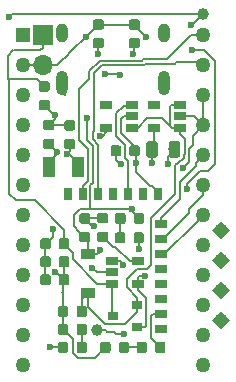
<source format=gbr>
G04 #@! TF.GenerationSoftware,KiCad,Pcbnew,(5.0.0)*
G04 #@! TF.CreationDate,2020-11-29T09:19:22-06:00*
G04 #@! TF.ProjectId,BlueMicro840,426C75654D6963726F3834302E6B6963,rev?*
G04 #@! TF.SameCoordinates,Original*
G04 #@! TF.FileFunction,Copper,L1,Top,Signal*
G04 #@! TF.FilePolarity,Positive*
%FSLAX46Y46*%
G04 Gerber Fmt 4.6, Leading zero omitted, Abs format (unit mm)*
G04 Created by KiCad (PCBNEW (5.0.0)) date 11/29/20 09:19:22*
%MOMM*%
%LPD*%
G01*
G04 APERTURE LIST*
G04 #@! TA.AperFunction,ComponentPad*
%ADD10R,1.000000X0.650000*%
G04 #@! TD*
G04 #@! TA.AperFunction,ComponentPad*
%ADD11R,0.650000X1.000000*%
G04 #@! TD*
G04 #@! TA.AperFunction,Conductor*
%ADD12C,0.100000*%
G04 #@! TD*
G04 #@! TA.AperFunction,SMDPad,CuDef*
%ADD13C,0.875000*%
G04 #@! TD*
G04 #@! TA.AperFunction,SMDPad,CuDef*
%ADD14R,1.000000X1.800000*%
G04 #@! TD*
G04 #@! TA.AperFunction,SMDPad,CuDef*
%ADD15R,1.060000X0.650000*%
G04 #@! TD*
G04 #@! TA.AperFunction,SMDPad,CuDef*
%ADD16R,1.200000X0.900000*%
G04 #@! TD*
G04 #@! TA.AperFunction,SMDPad,CuDef*
%ADD17R,0.900000X0.800000*%
G04 #@! TD*
G04 #@! TA.AperFunction,BGAPad,CuDef*
%ADD18C,1.000000*%
G04 #@! TD*
G04 #@! TA.AperFunction,SMDPad,CuDef*
%ADD19C,0.975000*%
G04 #@! TD*
G04 #@! TA.AperFunction,ComponentPad*
%ADD20C,1.270000*%
G04 #@! TD*
G04 #@! TA.AperFunction,ComponentPad*
%ADD21R,1.250000X1.250000*%
G04 #@! TD*
G04 #@! TA.AperFunction,ComponentPad*
%ADD22C,1.100000*%
G04 #@! TD*
G04 #@! TA.AperFunction,ComponentPad*
%ADD23O,1.000000X1.600000*%
G04 #@! TD*
G04 #@! TA.AperFunction,ComponentPad*
%ADD24O,1.000000X2.100000*%
G04 #@! TD*
G04 #@! TA.AperFunction,ComponentPad*
%ADD25R,1.700000X1.700000*%
G04 #@! TD*
G04 #@! TA.AperFunction,ComponentPad*
%ADD26O,1.700000X1.700000*%
G04 #@! TD*
G04 #@! TA.AperFunction,ViaPad*
%ADD27C,0.600000*%
G04 #@! TD*
G04 #@! TA.AperFunction,Conductor*
%ADD28C,0.200000*%
G04 #@! TD*
G04 APERTURE END LIST*
D10*
G04 #@! TO.P,U5,28*
G04 #@! TO.N,/P0.15*
X107842533Y-128354775D03*
G04 #@! TO.P,U5,30*
G04 #@! TO.N,/P0.17*
X107842533Y-129624775D03*
G04 #@! TO.P,U5,32*
G04 #@! TO.N,/P0.20*
X107842533Y-130894775D03*
G04 #@! TO.P,U5,34*
G04 #@! TO.N,N/C*
X107842533Y-132164775D03*
G04 #@! TO.P,U5,36*
X107842533Y-133434775D03*
G04 #@! TO.P,U5,38*
G04 #@! TO.N,1.02*
X107842533Y-134704775D03*
G04 #@! TO.P,U5,40*
G04 #@! TO.N,RED_LED*
X107842533Y-135974775D03*
G04 #@! TO.P,U5,42*
G04 #@! TO.N,/P1.06*
X107842533Y-137244775D03*
D11*
G04 #@! TO.P,U5,14*
G04 #@! TO.N,TXD*
X101238533Y-125814775D03*
G04 #@! TO.P,U5,12*
G04 #@! TO.N,/P0.26*
X99968533Y-125814775D03*
G04 #@! TO.P,U5,20*
G04 #@! TO.N,Venable*
X105048533Y-125814775D03*
G04 #@! TO.P,U5,16*
G04 #@! TO.N,RXD*
X102508533Y-125814775D03*
G04 #@! TO.P,U5,22*
G04 #@! TO.N,N/C*
X106318533Y-125814775D03*
G04 #@! TO.P,U5,24*
G04 #@! TO.N,GND*
X107588533Y-125814775D03*
G04 #@! TO.P,U5,18*
G04 #@! TO.N,N/C*
X103778533Y-125814775D03*
G04 #@! TD*
D12*
G04 #@! TO.N,Net-(D3-Pad1)*
G04 #@! TO.C,D3*
G36*
X101374724Y-138294828D02*
X101395959Y-138297978D01*
X101416783Y-138303194D01*
X101436995Y-138310426D01*
X101456401Y-138319605D01*
X101474814Y-138330641D01*
X101492057Y-138343429D01*
X101507963Y-138357845D01*
X101522379Y-138373751D01*
X101535167Y-138390994D01*
X101546203Y-138409407D01*
X101555382Y-138428813D01*
X101562614Y-138449025D01*
X101567830Y-138469849D01*
X101570980Y-138491084D01*
X101572033Y-138512525D01*
X101572033Y-139025025D01*
X101570980Y-139046466D01*
X101567830Y-139067701D01*
X101562614Y-139088525D01*
X101555382Y-139108737D01*
X101546203Y-139128143D01*
X101535167Y-139146556D01*
X101522379Y-139163799D01*
X101507963Y-139179705D01*
X101492057Y-139194121D01*
X101474814Y-139206909D01*
X101456401Y-139217945D01*
X101436995Y-139227124D01*
X101416783Y-139234356D01*
X101395959Y-139239572D01*
X101374724Y-139242722D01*
X101353283Y-139243775D01*
X100915783Y-139243775D01*
X100894342Y-139242722D01*
X100873107Y-139239572D01*
X100852283Y-139234356D01*
X100832071Y-139227124D01*
X100812665Y-139217945D01*
X100794252Y-139206909D01*
X100777009Y-139194121D01*
X100761103Y-139179705D01*
X100746687Y-139163799D01*
X100733899Y-139146556D01*
X100722863Y-139128143D01*
X100713684Y-139108737D01*
X100706452Y-139088525D01*
X100701236Y-139067701D01*
X100698086Y-139046466D01*
X100697033Y-139025025D01*
X100697033Y-138512525D01*
X100698086Y-138491084D01*
X100701236Y-138469849D01*
X100706452Y-138449025D01*
X100713684Y-138428813D01*
X100722863Y-138409407D01*
X100733899Y-138390994D01*
X100746687Y-138373751D01*
X100761103Y-138357845D01*
X100777009Y-138343429D01*
X100794252Y-138330641D01*
X100812665Y-138319605D01*
X100832071Y-138310426D01*
X100852283Y-138303194D01*
X100873107Y-138297978D01*
X100894342Y-138294828D01*
X100915783Y-138293775D01*
X101353283Y-138293775D01*
X101374724Y-138294828D01*
X101374724Y-138294828D01*
G37*
D13*
G04 #@! TD*
G04 #@! TO.P,D3,1*
G04 #@! TO.N,Net-(D3-Pad1)*
X101134533Y-138768775D03*
D12*
G04 #@! TO.N,BLUE_LED*
G04 #@! TO.C,D3*
G36*
X99799724Y-138294828D02*
X99820959Y-138297978D01*
X99841783Y-138303194D01*
X99861995Y-138310426D01*
X99881401Y-138319605D01*
X99899814Y-138330641D01*
X99917057Y-138343429D01*
X99932963Y-138357845D01*
X99947379Y-138373751D01*
X99960167Y-138390994D01*
X99971203Y-138409407D01*
X99980382Y-138428813D01*
X99987614Y-138449025D01*
X99992830Y-138469849D01*
X99995980Y-138491084D01*
X99997033Y-138512525D01*
X99997033Y-139025025D01*
X99995980Y-139046466D01*
X99992830Y-139067701D01*
X99987614Y-139088525D01*
X99980382Y-139108737D01*
X99971203Y-139128143D01*
X99960167Y-139146556D01*
X99947379Y-139163799D01*
X99932963Y-139179705D01*
X99917057Y-139194121D01*
X99899814Y-139206909D01*
X99881401Y-139217945D01*
X99861995Y-139227124D01*
X99841783Y-139234356D01*
X99820959Y-139239572D01*
X99799724Y-139242722D01*
X99778283Y-139243775D01*
X99340783Y-139243775D01*
X99319342Y-139242722D01*
X99298107Y-139239572D01*
X99277283Y-139234356D01*
X99257071Y-139227124D01*
X99237665Y-139217945D01*
X99219252Y-139206909D01*
X99202009Y-139194121D01*
X99186103Y-139179705D01*
X99171687Y-139163799D01*
X99158899Y-139146556D01*
X99147863Y-139128143D01*
X99138684Y-139108737D01*
X99131452Y-139088525D01*
X99126236Y-139067701D01*
X99123086Y-139046466D01*
X99122033Y-139025025D01*
X99122033Y-138512525D01*
X99123086Y-138491084D01*
X99126236Y-138469849D01*
X99131452Y-138449025D01*
X99138684Y-138428813D01*
X99147863Y-138409407D01*
X99158899Y-138390994D01*
X99171687Y-138373751D01*
X99186103Y-138357845D01*
X99202009Y-138343429D01*
X99219252Y-138330641D01*
X99237665Y-138319605D01*
X99257071Y-138310426D01*
X99277283Y-138303194D01*
X99298107Y-138297978D01*
X99319342Y-138294828D01*
X99340783Y-138293775D01*
X99778283Y-138293775D01*
X99799724Y-138294828D01*
X99799724Y-138294828D01*
G37*
D13*
G04 #@! TD*
G04 #@! TO.P,D3,2*
G04 #@! TO.N,BLUE_LED*
X99559533Y-138768775D03*
D12*
G04 #@! TO.N,Net-(D2-Pad1)*
G04 #@! TO.C,D2*
G36*
X104651224Y-127372828D02*
X104672459Y-127375978D01*
X104693283Y-127381194D01*
X104713495Y-127388426D01*
X104732901Y-127397605D01*
X104751314Y-127408641D01*
X104768557Y-127421429D01*
X104784463Y-127435845D01*
X104798879Y-127451751D01*
X104811667Y-127468994D01*
X104822703Y-127487407D01*
X104831882Y-127506813D01*
X104839114Y-127527025D01*
X104844330Y-127547849D01*
X104847480Y-127569084D01*
X104848533Y-127590525D01*
X104848533Y-128103025D01*
X104847480Y-128124466D01*
X104844330Y-128145701D01*
X104839114Y-128166525D01*
X104831882Y-128186737D01*
X104822703Y-128206143D01*
X104811667Y-128224556D01*
X104798879Y-128241799D01*
X104784463Y-128257705D01*
X104768557Y-128272121D01*
X104751314Y-128284909D01*
X104732901Y-128295945D01*
X104713495Y-128305124D01*
X104693283Y-128312356D01*
X104672459Y-128317572D01*
X104651224Y-128320722D01*
X104629783Y-128321775D01*
X104192283Y-128321775D01*
X104170842Y-128320722D01*
X104149607Y-128317572D01*
X104128783Y-128312356D01*
X104108571Y-128305124D01*
X104089165Y-128295945D01*
X104070752Y-128284909D01*
X104053509Y-128272121D01*
X104037603Y-128257705D01*
X104023187Y-128241799D01*
X104010399Y-128224556D01*
X103999363Y-128206143D01*
X103990184Y-128186737D01*
X103982952Y-128166525D01*
X103977736Y-128145701D01*
X103974586Y-128124466D01*
X103973533Y-128103025D01*
X103973533Y-127590525D01*
X103974586Y-127569084D01*
X103977736Y-127547849D01*
X103982952Y-127527025D01*
X103990184Y-127506813D01*
X103999363Y-127487407D01*
X104010399Y-127468994D01*
X104023187Y-127451751D01*
X104037603Y-127435845D01*
X104053509Y-127421429D01*
X104070752Y-127408641D01*
X104089165Y-127397605D01*
X104108571Y-127388426D01*
X104128783Y-127381194D01*
X104149607Y-127375978D01*
X104170842Y-127372828D01*
X104192283Y-127371775D01*
X104629783Y-127371775D01*
X104651224Y-127372828D01*
X104651224Y-127372828D01*
G37*
D13*
G04 #@! TD*
G04 #@! TO.P,D2,1*
G04 #@! TO.N,Net-(D2-Pad1)*
X104411033Y-127846775D03*
D12*
G04 #@! TO.N,VBUS*
G04 #@! TO.C,D2*
G36*
X106226224Y-127372828D02*
X106247459Y-127375978D01*
X106268283Y-127381194D01*
X106288495Y-127388426D01*
X106307901Y-127397605D01*
X106326314Y-127408641D01*
X106343557Y-127421429D01*
X106359463Y-127435845D01*
X106373879Y-127451751D01*
X106386667Y-127468994D01*
X106397703Y-127487407D01*
X106406882Y-127506813D01*
X106414114Y-127527025D01*
X106419330Y-127547849D01*
X106422480Y-127569084D01*
X106423533Y-127590525D01*
X106423533Y-128103025D01*
X106422480Y-128124466D01*
X106419330Y-128145701D01*
X106414114Y-128166525D01*
X106406882Y-128186737D01*
X106397703Y-128206143D01*
X106386667Y-128224556D01*
X106373879Y-128241799D01*
X106359463Y-128257705D01*
X106343557Y-128272121D01*
X106326314Y-128284909D01*
X106307901Y-128295945D01*
X106288495Y-128305124D01*
X106268283Y-128312356D01*
X106247459Y-128317572D01*
X106226224Y-128320722D01*
X106204783Y-128321775D01*
X105767283Y-128321775D01*
X105745842Y-128320722D01*
X105724607Y-128317572D01*
X105703783Y-128312356D01*
X105683571Y-128305124D01*
X105664165Y-128295945D01*
X105645752Y-128284909D01*
X105628509Y-128272121D01*
X105612603Y-128257705D01*
X105598187Y-128241799D01*
X105585399Y-128224556D01*
X105574363Y-128206143D01*
X105565184Y-128186737D01*
X105557952Y-128166525D01*
X105552736Y-128145701D01*
X105549586Y-128124466D01*
X105548533Y-128103025D01*
X105548533Y-127590525D01*
X105549586Y-127569084D01*
X105552736Y-127547849D01*
X105557952Y-127527025D01*
X105565184Y-127506813D01*
X105574363Y-127487407D01*
X105585399Y-127468994D01*
X105598187Y-127451751D01*
X105612603Y-127435845D01*
X105628509Y-127421429D01*
X105645752Y-127408641D01*
X105664165Y-127397605D01*
X105683571Y-127388426D01*
X105703783Y-127381194D01*
X105724607Y-127375978D01*
X105745842Y-127372828D01*
X105767283Y-127371775D01*
X106204783Y-127371775D01*
X106226224Y-127372828D01*
X106226224Y-127372828D01*
G37*
D13*
G04 #@! TD*
G04 #@! TO.P,D2,2*
G04 #@! TO.N,VBUS*
X105986033Y-127846775D03*
D14*
G04 #@! TO.P,Y2,1*
G04 #@! TO.N,Net-(C1-Pad1)*
X98360533Y-123528775D03*
G04 #@! TO.P,Y2,2*
G04 #@! TO.N,Net-(C2-Pad2)*
X100860533Y-123528775D03*
G04 #@! TD*
D15*
G04 #@! TO.P,U3,5*
G04 #@! TO.N,VCC*
X107273533Y-120160775D03*
G04 #@! TO.P,U3,4*
G04 #@! TO.N,N/C*
X107273533Y-118260775D03*
G04 #@! TO.P,U3,3*
G04 #@! TO.N,Vin*
X109473533Y-118260775D03*
G04 #@! TO.P,U3,2*
G04 #@! TO.N,GND*
X109473533Y-119210775D03*
G04 #@! TO.P,U3,1*
G04 #@! TO.N,Vin*
X109473533Y-120160775D03*
G04 #@! TD*
G04 #@! TO.P,U4,1*
G04 #@! TO.N,Net-(R1-Pad2)*
X103717533Y-131468775D03*
G04 #@! TO.P,U4,2*
G04 #@! TO.N,GND*
X103717533Y-132418775D03*
G04 #@! TO.P,U4,3*
G04 #@! TO.N,VBAT*
X103717533Y-133368775D03*
G04 #@! TO.P,U4,4*
G04 #@! TO.N,VBUS*
X105917533Y-133368775D03*
G04 #@! TO.P,U4,5*
G04 #@! TO.N,Net-(R2-Pad1)*
X105917533Y-131468775D03*
G04 #@! TD*
D12*
G04 #@! TO.N,Net-(D4-Pad1)*
G04 #@! TO.C,D4*
G36*
X106454725Y-138294828D02*
X106475960Y-138297978D01*
X106496784Y-138303194D01*
X106516996Y-138310426D01*
X106536402Y-138319605D01*
X106554815Y-138330641D01*
X106572058Y-138343429D01*
X106587964Y-138357845D01*
X106602380Y-138373751D01*
X106615168Y-138390994D01*
X106626204Y-138409407D01*
X106635383Y-138428813D01*
X106642615Y-138449025D01*
X106647831Y-138469849D01*
X106650981Y-138491084D01*
X106652034Y-138512525D01*
X106652034Y-139025025D01*
X106650981Y-139046466D01*
X106647831Y-139067701D01*
X106642615Y-139088525D01*
X106635383Y-139108737D01*
X106626204Y-139128143D01*
X106615168Y-139146556D01*
X106602380Y-139163799D01*
X106587964Y-139179705D01*
X106572058Y-139194121D01*
X106554815Y-139206909D01*
X106536402Y-139217945D01*
X106516996Y-139227124D01*
X106496784Y-139234356D01*
X106475960Y-139239572D01*
X106454725Y-139242722D01*
X106433284Y-139243775D01*
X105995784Y-139243775D01*
X105974343Y-139242722D01*
X105953108Y-139239572D01*
X105932284Y-139234356D01*
X105912072Y-139227124D01*
X105892666Y-139217945D01*
X105874253Y-139206909D01*
X105857010Y-139194121D01*
X105841104Y-139179705D01*
X105826688Y-139163799D01*
X105813900Y-139146556D01*
X105802864Y-139128143D01*
X105793685Y-139108737D01*
X105786453Y-139088525D01*
X105781237Y-139067701D01*
X105778087Y-139046466D01*
X105777034Y-139025025D01*
X105777034Y-138512525D01*
X105778087Y-138491084D01*
X105781237Y-138469849D01*
X105786453Y-138449025D01*
X105793685Y-138428813D01*
X105802864Y-138409407D01*
X105813900Y-138390994D01*
X105826688Y-138373751D01*
X105841104Y-138357845D01*
X105857010Y-138343429D01*
X105874253Y-138330641D01*
X105892666Y-138319605D01*
X105912072Y-138310426D01*
X105932284Y-138303194D01*
X105953108Y-138297978D01*
X105974343Y-138294828D01*
X105995784Y-138293775D01*
X106433284Y-138293775D01*
X106454725Y-138294828D01*
X106454725Y-138294828D01*
G37*
D13*
G04 #@! TD*
G04 #@! TO.P,D4,1*
G04 #@! TO.N,Net-(D4-Pad1)*
X106214534Y-138768775D03*
D12*
G04 #@! TO.N,RED_LED*
G04 #@! TO.C,D4*
G36*
X108029725Y-138294828D02*
X108050960Y-138297978D01*
X108071784Y-138303194D01*
X108091996Y-138310426D01*
X108111402Y-138319605D01*
X108129815Y-138330641D01*
X108147058Y-138343429D01*
X108162964Y-138357845D01*
X108177380Y-138373751D01*
X108190168Y-138390994D01*
X108201204Y-138409407D01*
X108210383Y-138428813D01*
X108217615Y-138449025D01*
X108222831Y-138469849D01*
X108225981Y-138491084D01*
X108227034Y-138512525D01*
X108227034Y-139025025D01*
X108225981Y-139046466D01*
X108222831Y-139067701D01*
X108217615Y-139088525D01*
X108210383Y-139108737D01*
X108201204Y-139128143D01*
X108190168Y-139146556D01*
X108177380Y-139163799D01*
X108162964Y-139179705D01*
X108147058Y-139194121D01*
X108129815Y-139206909D01*
X108111402Y-139217945D01*
X108091996Y-139227124D01*
X108071784Y-139234356D01*
X108050960Y-139239572D01*
X108029725Y-139242722D01*
X108008284Y-139243775D01*
X107570784Y-139243775D01*
X107549343Y-139242722D01*
X107528108Y-139239572D01*
X107507284Y-139234356D01*
X107487072Y-139227124D01*
X107467666Y-139217945D01*
X107449253Y-139206909D01*
X107432010Y-139194121D01*
X107416104Y-139179705D01*
X107401688Y-139163799D01*
X107388900Y-139146556D01*
X107377864Y-139128143D01*
X107368685Y-139108737D01*
X107361453Y-139088525D01*
X107356237Y-139067701D01*
X107353087Y-139046466D01*
X107352034Y-139025025D01*
X107352034Y-138512525D01*
X107353087Y-138491084D01*
X107356237Y-138469849D01*
X107361453Y-138449025D01*
X107368685Y-138428813D01*
X107377864Y-138409407D01*
X107388900Y-138390994D01*
X107401688Y-138373751D01*
X107416104Y-138357845D01*
X107432010Y-138343429D01*
X107449253Y-138330641D01*
X107467666Y-138319605D01*
X107487072Y-138310426D01*
X107507284Y-138303194D01*
X107528108Y-138297978D01*
X107549343Y-138294828D01*
X107570784Y-138293775D01*
X108008284Y-138293775D01*
X108029725Y-138294828D01*
X108029725Y-138294828D01*
G37*
D13*
G04 #@! TD*
G04 #@! TO.P,D4,2*
G04 #@! TO.N,RED_LED*
X107789534Y-138768775D03*
D12*
G04 #@! TO.N,Net-(C1-Pad1)*
G04 #@! TO.C,C1*
G36*
X98618224Y-121085828D02*
X98639459Y-121088978D01*
X98660283Y-121094194D01*
X98680495Y-121101426D01*
X98699901Y-121110605D01*
X98718314Y-121121641D01*
X98735557Y-121134429D01*
X98751463Y-121148845D01*
X98765879Y-121164751D01*
X98778667Y-121181994D01*
X98789703Y-121200407D01*
X98798882Y-121219813D01*
X98806114Y-121240025D01*
X98811330Y-121260849D01*
X98814480Y-121282084D01*
X98815533Y-121303525D01*
X98815533Y-121741025D01*
X98814480Y-121762466D01*
X98811330Y-121783701D01*
X98806114Y-121804525D01*
X98798882Y-121824737D01*
X98789703Y-121844143D01*
X98778667Y-121862556D01*
X98765879Y-121879799D01*
X98751463Y-121895705D01*
X98735557Y-121910121D01*
X98718314Y-121922909D01*
X98699901Y-121933945D01*
X98680495Y-121943124D01*
X98660283Y-121950356D01*
X98639459Y-121955572D01*
X98618224Y-121958722D01*
X98596783Y-121959775D01*
X98084283Y-121959775D01*
X98062842Y-121958722D01*
X98041607Y-121955572D01*
X98020783Y-121950356D01*
X98000571Y-121943124D01*
X97981165Y-121933945D01*
X97962752Y-121922909D01*
X97945509Y-121910121D01*
X97929603Y-121895705D01*
X97915187Y-121879799D01*
X97902399Y-121862556D01*
X97891363Y-121844143D01*
X97882184Y-121824737D01*
X97874952Y-121804525D01*
X97869736Y-121783701D01*
X97866586Y-121762466D01*
X97865533Y-121741025D01*
X97865533Y-121303525D01*
X97866586Y-121282084D01*
X97869736Y-121260849D01*
X97874952Y-121240025D01*
X97882184Y-121219813D01*
X97891363Y-121200407D01*
X97902399Y-121181994D01*
X97915187Y-121164751D01*
X97929603Y-121148845D01*
X97945509Y-121134429D01*
X97962752Y-121121641D01*
X97981165Y-121110605D01*
X98000571Y-121101426D01*
X98020783Y-121094194D01*
X98041607Y-121088978D01*
X98062842Y-121085828D01*
X98084283Y-121084775D01*
X98596783Y-121084775D01*
X98618224Y-121085828D01*
X98618224Y-121085828D01*
G37*
D13*
G04 #@! TD*
G04 #@! TO.P,C1,1*
G04 #@! TO.N,Net-(C1-Pad1)*
X98340533Y-121522275D03*
D12*
G04 #@! TO.N,GND*
G04 #@! TO.C,C1*
G36*
X98618224Y-119510828D02*
X98639459Y-119513978D01*
X98660283Y-119519194D01*
X98680495Y-119526426D01*
X98699901Y-119535605D01*
X98718314Y-119546641D01*
X98735557Y-119559429D01*
X98751463Y-119573845D01*
X98765879Y-119589751D01*
X98778667Y-119606994D01*
X98789703Y-119625407D01*
X98798882Y-119644813D01*
X98806114Y-119665025D01*
X98811330Y-119685849D01*
X98814480Y-119707084D01*
X98815533Y-119728525D01*
X98815533Y-120166025D01*
X98814480Y-120187466D01*
X98811330Y-120208701D01*
X98806114Y-120229525D01*
X98798882Y-120249737D01*
X98789703Y-120269143D01*
X98778667Y-120287556D01*
X98765879Y-120304799D01*
X98751463Y-120320705D01*
X98735557Y-120335121D01*
X98718314Y-120347909D01*
X98699901Y-120358945D01*
X98680495Y-120368124D01*
X98660283Y-120375356D01*
X98639459Y-120380572D01*
X98618224Y-120383722D01*
X98596783Y-120384775D01*
X98084283Y-120384775D01*
X98062842Y-120383722D01*
X98041607Y-120380572D01*
X98020783Y-120375356D01*
X98000571Y-120368124D01*
X97981165Y-120358945D01*
X97962752Y-120347909D01*
X97945509Y-120335121D01*
X97929603Y-120320705D01*
X97915187Y-120304799D01*
X97902399Y-120287556D01*
X97891363Y-120269143D01*
X97882184Y-120249737D01*
X97874952Y-120229525D01*
X97869736Y-120208701D01*
X97866586Y-120187466D01*
X97865533Y-120166025D01*
X97865533Y-119728525D01*
X97866586Y-119707084D01*
X97869736Y-119685849D01*
X97874952Y-119665025D01*
X97882184Y-119644813D01*
X97891363Y-119625407D01*
X97902399Y-119606994D01*
X97915187Y-119589751D01*
X97929603Y-119573845D01*
X97945509Y-119559429D01*
X97962752Y-119546641D01*
X97981165Y-119535605D01*
X98000571Y-119526426D01*
X98020783Y-119519194D01*
X98041607Y-119513978D01*
X98062842Y-119510828D01*
X98084283Y-119509775D01*
X98596783Y-119509775D01*
X98618224Y-119510828D01*
X98618224Y-119510828D01*
G37*
D13*
G04 #@! TD*
G04 #@! TO.P,C1,2*
G04 #@! TO.N,GND*
X98340533Y-119947275D03*
D12*
G04 #@! TO.N,GND*
G04 #@! TO.C,C2*
G36*
X100396224Y-119536329D02*
X100417459Y-119539479D01*
X100438283Y-119544695D01*
X100458495Y-119551927D01*
X100477901Y-119561106D01*
X100496314Y-119572142D01*
X100513557Y-119584930D01*
X100529463Y-119599346D01*
X100543879Y-119615252D01*
X100556667Y-119632495D01*
X100567703Y-119650908D01*
X100576882Y-119670314D01*
X100584114Y-119690526D01*
X100589330Y-119711350D01*
X100592480Y-119732585D01*
X100593533Y-119754026D01*
X100593533Y-120191526D01*
X100592480Y-120212967D01*
X100589330Y-120234202D01*
X100584114Y-120255026D01*
X100576882Y-120275238D01*
X100567703Y-120294644D01*
X100556667Y-120313057D01*
X100543879Y-120330300D01*
X100529463Y-120346206D01*
X100513557Y-120360622D01*
X100496314Y-120373410D01*
X100477901Y-120384446D01*
X100458495Y-120393625D01*
X100438283Y-120400857D01*
X100417459Y-120406073D01*
X100396224Y-120409223D01*
X100374783Y-120410276D01*
X99862283Y-120410276D01*
X99840842Y-120409223D01*
X99819607Y-120406073D01*
X99798783Y-120400857D01*
X99778571Y-120393625D01*
X99759165Y-120384446D01*
X99740752Y-120373410D01*
X99723509Y-120360622D01*
X99707603Y-120346206D01*
X99693187Y-120330300D01*
X99680399Y-120313057D01*
X99669363Y-120294644D01*
X99660184Y-120275238D01*
X99652952Y-120255026D01*
X99647736Y-120234202D01*
X99644586Y-120212967D01*
X99643533Y-120191526D01*
X99643533Y-119754026D01*
X99644586Y-119732585D01*
X99647736Y-119711350D01*
X99652952Y-119690526D01*
X99660184Y-119670314D01*
X99669363Y-119650908D01*
X99680399Y-119632495D01*
X99693187Y-119615252D01*
X99707603Y-119599346D01*
X99723509Y-119584930D01*
X99740752Y-119572142D01*
X99759165Y-119561106D01*
X99778571Y-119551927D01*
X99798783Y-119544695D01*
X99819607Y-119539479D01*
X99840842Y-119536329D01*
X99862283Y-119535276D01*
X100374783Y-119535276D01*
X100396224Y-119536329D01*
X100396224Y-119536329D01*
G37*
D13*
G04 #@! TD*
G04 #@! TO.P,C2,1*
G04 #@! TO.N,GND*
X100118533Y-119972776D03*
D12*
G04 #@! TO.N,Net-(C2-Pad2)*
G04 #@! TO.C,C2*
G36*
X100396224Y-121111329D02*
X100417459Y-121114479D01*
X100438283Y-121119695D01*
X100458495Y-121126927D01*
X100477901Y-121136106D01*
X100496314Y-121147142D01*
X100513557Y-121159930D01*
X100529463Y-121174346D01*
X100543879Y-121190252D01*
X100556667Y-121207495D01*
X100567703Y-121225908D01*
X100576882Y-121245314D01*
X100584114Y-121265526D01*
X100589330Y-121286350D01*
X100592480Y-121307585D01*
X100593533Y-121329026D01*
X100593533Y-121766526D01*
X100592480Y-121787967D01*
X100589330Y-121809202D01*
X100584114Y-121830026D01*
X100576882Y-121850238D01*
X100567703Y-121869644D01*
X100556667Y-121888057D01*
X100543879Y-121905300D01*
X100529463Y-121921206D01*
X100513557Y-121935622D01*
X100496314Y-121948410D01*
X100477901Y-121959446D01*
X100458495Y-121968625D01*
X100438283Y-121975857D01*
X100417459Y-121981073D01*
X100396224Y-121984223D01*
X100374783Y-121985276D01*
X99862283Y-121985276D01*
X99840842Y-121984223D01*
X99819607Y-121981073D01*
X99798783Y-121975857D01*
X99778571Y-121968625D01*
X99759165Y-121959446D01*
X99740752Y-121948410D01*
X99723509Y-121935622D01*
X99707603Y-121921206D01*
X99693187Y-121905300D01*
X99680399Y-121888057D01*
X99669363Y-121869644D01*
X99660184Y-121850238D01*
X99652952Y-121830026D01*
X99647736Y-121809202D01*
X99644586Y-121787967D01*
X99643533Y-121766526D01*
X99643533Y-121329026D01*
X99644586Y-121307585D01*
X99647736Y-121286350D01*
X99652952Y-121265526D01*
X99660184Y-121245314D01*
X99669363Y-121225908D01*
X99680399Y-121207495D01*
X99693187Y-121190252D01*
X99707603Y-121174346D01*
X99723509Y-121159930D01*
X99740752Y-121147142D01*
X99759165Y-121136106D01*
X99778571Y-121126927D01*
X99798783Y-121119695D01*
X99819607Y-121114479D01*
X99840842Y-121111329D01*
X99862283Y-121110276D01*
X100374783Y-121110276D01*
X100396224Y-121111329D01*
X100396224Y-121111329D01*
G37*
D13*
G04 #@! TD*
G04 #@! TO.P,C2,2*
G04 #@! TO.N,Net-(C2-Pad2)*
X100118533Y-121547776D03*
D12*
G04 #@! TO.N,VBAT*
G04 #@! TO.C,C3*
G36*
X98237224Y-116234328D02*
X98258459Y-116237478D01*
X98279283Y-116242694D01*
X98299495Y-116249926D01*
X98318901Y-116259105D01*
X98337314Y-116270141D01*
X98354557Y-116282929D01*
X98370463Y-116297345D01*
X98384879Y-116313251D01*
X98397667Y-116330494D01*
X98408703Y-116348907D01*
X98417882Y-116368313D01*
X98425114Y-116388525D01*
X98430330Y-116409349D01*
X98433480Y-116430584D01*
X98434533Y-116452025D01*
X98434533Y-116889525D01*
X98433480Y-116910966D01*
X98430330Y-116932201D01*
X98425114Y-116953025D01*
X98417882Y-116973237D01*
X98408703Y-116992643D01*
X98397667Y-117011056D01*
X98384879Y-117028299D01*
X98370463Y-117044205D01*
X98354557Y-117058621D01*
X98337314Y-117071409D01*
X98318901Y-117082445D01*
X98299495Y-117091624D01*
X98279283Y-117098856D01*
X98258459Y-117104072D01*
X98237224Y-117107222D01*
X98215783Y-117108275D01*
X97703283Y-117108275D01*
X97681842Y-117107222D01*
X97660607Y-117104072D01*
X97639783Y-117098856D01*
X97619571Y-117091624D01*
X97600165Y-117082445D01*
X97581752Y-117071409D01*
X97564509Y-117058621D01*
X97548603Y-117044205D01*
X97534187Y-117028299D01*
X97521399Y-117011056D01*
X97510363Y-116992643D01*
X97501184Y-116973237D01*
X97493952Y-116953025D01*
X97488736Y-116932201D01*
X97485586Y-116910966D01*
X97484533Y-116889525D01*
X97484533Y-116452025D01*
X97485586Y-116430584D01*
X97488736Y-116409349D01*
X97493952Y-116388525D01*
X97501184Y-116368313D01*
X97510363Y-116348907D01*
X97521399Y-116330494D01*
X97534187Y-116313251D01*
X97548603Y-116297345D01*
X97564509Y-116282929D01*
X97581752Y-116270141D01*
X97600165Y-116259105D01*
X97619571Y-116249926D01*
X97639783Y-116242694D01*
X97660607Y-116237478D01*
X97681842Y-116234328D01*
X97703283Y-116233275D01*
X98215783Y-116233275D01*
X98237224Y-116234328D01*
X98237224Y-116234328D01*
G37*
D13*
G04 #@! TD*
G04 #@! TO.P,C3,1*
G04 #@! TO.N,VBAT*
X97959533Y-116670775D03*
D12*
G04 #@! TO.N,GND*
G04 #@! TO.C,C3*
G36*
X98237224Y-117809328D02*
X98258459Y-117812478D01*
X98279283Y-117817694D01*
X98299495Y-117824926D01*
X98318901Y-117834105D01*
X98337314Y-117845141D01*
X98354557Y-117857929D01*
X98370463Y-117872345D01*
X98384879Y-117888251D01*
X98397667Y-117905494D01*
X98408703Y-117923907D01*
X98417882Y-117943313D01*
X98425114Y-117963525D01*
X98430330Y-117984349D01*
X98433480Y-118005584D01*
X98434533Y-118027025D01*
X98434533Y-118464525D01*
X98433480Y-118485966D01*
X98430330Y-118507201D01*
X98425114Y-118528025D01*
X98417882Y-118548237D01*
X98408703Y-118567643D01*
X98397667Y-118586056D01*
X98384879Y-118603299D01*
X98370463Y-118619205D01*
X98354557Y-118633621D01*
X98337314Y-118646409D01*
X98318901Y-118657445D01*
X98299495Y-118666624D01*
X98279283Y-118673856D01*
X98258459Y-118679072D01*
X98237224Y-118682222D01*
X98215783Y-118683275D01*
X97703283Y-118683275D01*
X97681842Y-118682222D01*
X97660607Y-118679072D01*
X97639783Y-118673856D01*
X97619571Y-118666624D01*
X97600165Y-118657445D01*
X97581752Y-118646409D01*
X97564509Y-118633621D01*
X97548603Y-118619205D01*
X97534187Y-118603299D01*
X97521399Y-118586056D01*
X97510363Y-118567643D01*
X97501184Y-118548237D01*
X97493952Y-118528025D01*
X97488736Y-118507201D01*
X97485586Y-118485966D01*
X97484533Y-118464525D01*
X97484533Y-118027025D01*
X97485586Y-118005584D01*
X97488736Y-117984349D01*
X97493952Y-117963525D01*
X97501184Y-117943313D01*
X97510363Y-117923907D01*
X97521399Y-117905494D01*
X97534187Y-117888251D01*
X97548603Y-117872345D01*
X97564509Y-117857929D01*
X97581752Y-117845141D01*
X97600165Y-117834105D01*
X97619571Y-117824926D01*
X97639783Y-117817694D01*
X97660607Y-117812478D01*
X97681842Y-117809328D01*
X97703283Y-117808275D01*
X98215783Y-117808275D01*
X98237224Y-117809328D01*
X98237224Y-117809328D01*
G37*
D13*
G04 #@! TD*
G04 #@! TO.P,C3,2*
G04 #@! TO.N,GND*
X97959533Y-118245775D03*
D12*
G04 #@! TO.N,GND*
G04 #@! TO.C,C4*
G36*
X99799724Y-135246828D02*
X99820959Y-135249978D01*
X99841783Y-135255194D01*
X99861995Y-135262426D01*
X99881401Y-135271605D01*
X99899814Y-135282641D01*
X99917057Y-135295429D01*
X99932963Y-135309845D01*
X99947379Y-135325751D01*
X99960167Y-135342994D01*
X99971203Y-135361407D01*
X99980382Y-135380813D01*
X99987614Y-135401025D01*
X99992830Y-135421849D01*
X99995980Y-135443084D01*
X99997033Y-135464525D01*
X99997033Y-135977025D01*
X99995980Y-135998466D01*
X99992830Y-136019701D01*
X99987614Y-136040525D01*
X99980382Y-136060737D01*
X99971203Y-136080143D01*
X99960167Y-136098556D01*
X99947379Y-136115799D01*
X99932963Y-136131705D01*
X99917057Y-136146121D01*
X99899814Y-136158909D01*
X99881401Y-136169945D01*
X99861995Y-136179124D01*
X99841783Y-136186356D01*
X99820959Y-136191572D01*
X99799724Y-136194722D01*
X99778283Y-136195775D01*
X99340783Y-136195775D01*
X99319342Y-136194722D01*
X99298107Y-136191572D01*
X99277283Y-136186356D01*
X99257071Y-136179124D01*
X99237665Y-136169945D01*
X99219252Y-136158909D01*
X99202009Y-136146121D01*
X99186103Y-136131705D01*
X99171687Y-136115799D01*
X99158899Y-136098556D01*
X99147863Y-136080143D01*
X99138684Y-136060737D01*
X99131452Y-136040525D01*
X99126236Y-136019701D01*
X99123086Y-135998466D01*
X99122033Y-135977025D01*
X99122033Y-135464525D01*
X99123086Y-135443084D01*
X99126236Y-135421849D01*
X99131452Y-135401025D01*
X99138684Y-135380813D01*
X99147863Y-135361407D01*
X99158899Y-135342994D01*
X99171687Y-135325751D01*
X99186103Y-135309845D01*
X99202009Y-135295429D01*
X99219252Y-135282641D01*
X99237665Y-135271605D01*
X99257071Y-135262426D01*
X99277283Y-135255194D01*
X99298107Y-135249978D01*
X99319342Y-135246828D01*
X99340783Y-135245775D01*
X99778283Y-135245775D01*
X99799724Y-135246828D01*
X99799724Y-135246828D01*
G37*
D13*
G04 #@! TD*
G04 #@! TO.P,C4,2*
G04 #@! TO.N,GND*
X99559533Y-135720775D03*
D12*
G04 #@! TO.N,Vin*
G04 #@! TO.C,C4*
G36*
X101374724Y-135246828D02*
X101395959Y-135249978D01*
X101416783Y-135255194D01*
X101436995Y-135262426D01*
X101456401Y-135271605D01*
X101474814Y-135282641D01*
X101492057Y-135295429D01*
X101507963Y-135309845D01*
X101522379Y-135325751D01*
X101535167Y-135342994D01*
X101546203Y-135361407D01*
X101555382Y-135380813D01*
X101562614Y-135401025D01*
X101567830Y-135421849D01*
X101570980Y-135443084D01*
X101572033Y-135464525D01*
X101572033Y-135977025D01*
X101570980Y-135998466D01*
X101567830Y-136019701D01*
X101562614Y-136040525D01*
X101555382Y-136060737D01*
X101546203Y-136080143D01*
X101535167Y-136098556D01*
X101522379Y-136115799D01*
X101507963Y-136131705D01*
X101492057Y-136146121D01*
X101474814Y-136158909D01*
X101456401Y-136169945D01*
X101436995Y-136179124D01*
X101416783Y-136186356D01*
X101395959Y-136191572D01*
X101374724Y-136194722D01*
X101353283Y-136195775D01*
X100915783Y-136195775D01*
X100894342Y-136194722D01*
X100873107Y-136191572D01*
X100852283Y-136186356D01*
X100832071Y-136179124D01*
X100812665Y-136169945D01*
X100794252Y-136158909D01*
X100777009Y-136146121D01*
X100761103Y-136131705D01*
X100746687Y-136115799D01*
X100733899Y-136098556D01*
X100722863Y-136080143D01*
X100713684Y-136060737D01*
X100706452Y-136040525D01*
X100701236Y-136019701D01*
X100698086Y-135998466D01*
X100697033Y-135977025D01*
X100697033Y-135464525D01*
X100698086Y-135443084D01*
X100701236Y-135421849D01*
X100706452Y-135401025D01*
X100713684Y-135380813D01*
X100722863Y-135361407D01*
X100733899Y-135342994D01*
X100746687Y-135325751D01*
X100761103Y-135309845D01*
X100777009Y-135295429D01*
X100794252Y-135282641D01*
X100812665Y-135271605D01*
X100832071Y-135262426D01*
X100852283Y-135255194D01*
X100873107Y-135249978D01*
X100894342Y-135246828D01*
X100915783Y-135245775D01*
X101353283Y-135245775D01*
X101374724Y-135246828D01*
X101374724Y-135246828D01*
G37*
D13*
G04 #@! TD*
G04 #@! TO.P,C4,1*
G04 #@! TO.N,Vin*
X101134533Y-135720775D03*
D12*
G04 #@! TO.N,GND*
G04 #@! TO.C,C5*
G36*
X105845224Y-121657828D02*
X105866459Y-121660978D01*
X105887283Y-121666194D01*
X105907495Y-121673426D01*
X105926901Y-121682605D01*
X105945314Y-121693641D01*
X105962557Y-121706429D01*
X105978463Y-121720845D01*
X105992879Y-121736751D01*
X106005667Y-121753994D01*
X106016703Y-121772407D01*
X106025882Y-121791813D01*
X106033114Y-121812025D01*
X106038330Y-121832849D01*
X106041480Y-121854084D01*
X106042533Y-121875525D01*
X106042533Y-122388025D01*
X106041480Y-122409466D01*
X106038330Y-122430701D01*
X106033114Y-122451525D01*
X106025882Y-122471737D01*
X106016703Y-122491143D01*
X106005667Y-122509556D01*
X105992879Y-122526799D01*
X105978463Y-122542705D01*
X105962557Y-122557121D01*
X105945314Y-122569909D01*
X105926901Y-122580945D01*
X105907495Y-122590124D01*
X105887283Y-122597356D01*
X105866459Y-122602572D01*
X105845224Y-122605722D01*
X105823783Y-122606775D01*
X105386283Y-122606775D01*
X105364842Y-122605722D01*
X105343607Y-122602572D01*
X105322783Y-122597356D01*
X105302571Y-122590124D01*
X105283165Y-122580945D01*
X105264752Y-122569909D01*
X105247509Y-122557121D01*
X105231603Y-122542705D01*
X105217187Y-122526799D01*
X105204399Y-122509556D01*
X105193363Y-122491143D01*
X105184184Y-122471737D01*
X105176952Y-122451525D01*
X105171736Y-122430701D01*
X105168586Y-122409466D01*
X105167533Y-122388025D01*
X105167533Y-121875525D01*
X105168586Y-121854084D01*
X105171736Y-121832849D01*
X105176952Y-121812025D01*
X105184184Y-121791813D01*
X105193363Y-121772407D01*
X105204399Y-121753994D01*
X105217187Y-121736751D01*
X105231603Y-121720845D01*
X105247509Y-121706429D01*
X105264752Y-121693641D01*
X105283165Y-121682605D01*
X105302571Y-121673426D01*
X105322783Y-121666194D01*
X105343607Y-121660978D01*
X105364842Y-121657828D01*
X105386283Y-121656775D01*
X105823783Y-121656775D01*
X105845224Y-121657828D01*
X105845224Y-121657828D01*
G37*
D13*
G04 #@! TD*
G04 #@! TO.P,C5,2*
G04 #@! TO.N,GND*
X105605033Y-122131775D03*
D12*
G04 #@! TO.N,VCC*
G04 #@! TO.C,C5*
G36*
X104270224Y-121657828D02*
X104291459Y-121660978D01*
X104312283Y-121666194D01*
X104332495Y-121673426D01*
X104351901Y-121682605D01*
X104370314Y-121693641D01*
X104387557Y-121706429D01*
X104403463Y-121720845D01*
X104417879Y-121736751D01*
X104430667Y-121753994D01*
X104441703Y-121772407D01*
X104450882Y-121791813D01*
X104458114Y-121812025D01*
X104463330Y-121832849D01*
X104466480Y-121854084D01*
X104467533Y-121875525D01*
X104467533Y-122388025D01*
X104466480Y-122409466D01*
X104463330Y-122430701D01*
X104458114Y-122451525D01*
X104450882Y-122471737D01*
X104441703Y-122491143D01*
X104430667Y-122509556D01*
X104417879Y-122526799D01*
X104403463Y-122542705D01*
X104387557Y-122557121D01*
X104370314Y-122569909D01*
X104351901Y-122580945D01*
X104332495Y-122590124D01*
X104312283Y-122597356D01*
X104291459Y-122602572D01*
X104270224Y-122605722D01*
X104248783Y-122606775D01*
X103811283Y-122606775D01*
X103789842Y-122605722D01*
X103768607Y-122602572D01*
X103747783Y-122597356D01*
X103727571Y-122590124D01*
X103708165Y-122580945D01*
X103689752Y-122569909D01*
X103672509Y-122557121D01*
X103656603Y-122542705D01*
X103642187Y-122526799D01*
X103629399Y-122509556D01*
X103618363Y-122491143D01*
X103609184Y-122471737D01*
X103601952Y-122451525D01*
X103596736Y-122430701D01*
X103593586Y-122409466D01*
X103592533Y-122388025D01*
X103592533Y-121875525D01*
X103593586Y-121854084D01*
X103596736Y-121832849D01*
X103601952Y-121812025D01*
X103609184Y-121791813D01*
X103618363Y-121772407D01*
X103629399Y-121753994D01*
X103642187Y-121736751D01*
X103656603Y-121720845D01*
X103672509Y-121706429D01*
X103689752Y-121693641D01*
X103708165Y-121682605D01*
X103727571Y-121673426D01*
X103747783Y-121666194D01*
X103768607Y-121660978D01*
X103789842Y-121657828D01*
X103811283Y-121656775D01*
X104248783Y-121656775D01*
X104270224Y-121657828D01*
X104270224Y-121657828D01*
G37*
D13*
G04 #@! TD*
G04 #@! TO.P,C5,1*
G04 #@! TO.N,VCC*
X104030033Y-122131775D03*
D12*
G04 #@! TO.N,GND*
G04 #@! TO.C,C6*
G36*
X99876224Y-131055828D02*
X99897459Y-131058978D01*
X99918283Y-131064194D01*
X99938495Y-131071426D01*
X99957901Y-131080605D01*
X99976314Y-131091641D01*
X99993557Y-131104429D01*
X100009463Y-131118845D01*
X100023879Y-131134751D01*
X100036667Y-131151994D01*
X100047703Y-131170407D01*
X100056882Y-131189813D01*
X100064114Y-131210025D01*
X100069330Y-131230849D01*
X100072480Y-131252084D01*
X100073533Y-131273525D01*
X100073533Y-131786025D01*
X100072480Y-131807466D01*
X100069330Y-131828701D01*
X100064114Y-131849525D01*
X100056882Y-131869737D01*
X100047703Y-131889143D01*
X100036667Y-131907556D01*
X100023879Y-131924799D01*
X100009463Y-131940705D01*
X99993557Y-131955121D01*
X99976314Y-131967909D01*
X99957901Y-131978945D01*
X99938495Y-131988124D01*
X99918283Y-131995356D01*
X99897459Y-132000572D01*
X99876224Y-132003722D01*
X99854783Y-132004775D01*
X99417283Y-132004775D01*
X99395842Y-132003722D01*
X99374607Y-132000572D01*
X99353783Y-131995356D01*
X99333571Y-131988124D01*
X99314165Y-131978945D01*
X99295752Y-131967909D01*
X99278509Y-131955121D01*
X99262603Y-131940705D01*
X99248187Y-131924799D01*
X99235399Y-131907556D01*
X99224363Y-131889143D01*
X99215184Y-131869737D01*
X99207952Y-131849525D01*
X99202736Y-131828701D01*
X99199586Y-131807466D01*
X99198533Y-131786025D01*
X99198533Y-131273525D01*
X99199586Y-131252084D01*
X99202736Y-131230849D01*
X99207952Y-131210025D01*
X99215184Y-131189813D01*
X99224363Y-131170407D01*
X99235399Y-131151994D01*
X99248187Y-131134751D01*
X99262603Y-131118845D01*
X99278509Y-131104429D01*
X99295752Y-131091641D01*
X99314165Y-131080605D01*
X99333571Y-131071426D01*
X99353783Y-131064194D01*
X99374607Y-131058978D01*
X99395842Y-131055828D01*
X99417283Y-131054775D01*
X99854783Y-131054775D01*
X99876224Y-131055828D01*
X99876224Y-131055828D01*
G37*
D13*
G04 #@! TD*
G04 #@! TO.P,C6,2*
G04 #@! TO.N,GND*
X99636033Y-131529775D03*
D12*
G04 #@! TO.N,/P0.31*
G04 #@! TO.C,C6*
G36*
X98301224Y-131055828D02*
X98322459Y-131058978D01*
X98343283Y-131064194D01*
X98363495Y-131071426D01*
X98382901Y-131080605D01*
X98401314Y-131091641D01*
X98418557Y-131104429D01*
X98434463Y-131118845D01*
X98448879Y-131134751D01*
X98461667Y-131151994D01*
X98472703Y-131170407D01*
X98481882Y-131189813D01*
X98489114Y-131210025D01*
X98494330Y-131230849D01*
X98497480Y-131252084D01*
X98498533Y-131273525D01*
X98498533Y-131786025D01*
X98497480Y-131807466D01*
X98494330Y-131828701D01*
X98489114Y-131849525D01*
X98481882Y-131869737D01*
X98472703Y-131889143D01*
X98461667Y-131907556D01*
X98448879Y-131924799D01*
X98434463Y-131940705D01*
X98418557Y-131955121D01*
X98401314Y-131967909D01*
X98382901Y-131978945D01*
X98363495Y-131988124D01*
X98343283Y-131995356D01*
X98322459Y-132000572D01*
X98301224Y-132003722D01*
X98279783Y-132004775D01*
X97842283Y-132004775D01*
X97820842Y-132003722D01*
X97799607Y-132000572D01*
X97778783Y-131995356D01*
X97758571Y-131988124D01*
X97739165Y-131978945D01*
X97720752Y-131967909D01*
X97703509Y-131955121D01*
X97687603Y-131940705D01*
X97673187Y-131924799D01*
X97660399Y-131907556D01*
X97649363Y-131889143D01*
X97640184Y-131869737D01*
X97632952Y-131849525D01*
X97627736Y-131828701D01*
X97624586Y-131807466D01*
X97623533Y-131786025D01*
X97623533Y-131273525D01*
X97624586Y-131252084D01*
X97627736Y-131230849D01*
X97632952Y-131210025D01*
X97640184Y-131189813D01*
X97649363Y-131170407D01*
X97660399Y-131151994D01*
X97673187Y-131134751D01*
X97687603Y-131118845D01*
X97703509Y-131104429D01*
X97720752Y-131091641D01*
X97739165Y-131080605D01*
X97758571Y-131071426D01*
X97778783Y-131064194D01*
X97799607Y-131058978D01*
X97820842Y-131055828D01*
X97842283Y-131054775D01*
X98279783Y-131054775D01*
X98301224Y-131055828D01*
X98301224Y-131055828D01*
G37*
D13*
G04 #@! TD*
G04 #@! TO.P,C6,1*
G04 #@! TO.N,/P0.31*
X98061033Y-131529775D03*
D12*
G04 #@! TO.N,Net-(R1-Pad2)*
G04 #@! TO.C,R1*
G36*
X106200724Y-129023828D02*
X106221959Y-129026978D01*
X106242783Y-129032194D01*
X106262995Y-129039426D01*
X106282401Y-129048605D01*
X106300814Y-129059641D01*
X106318057Y-129072429D01*
X106333963Y-129086845D01*
X106348379Y-129102751D01*
X106361167Y-129119994D01*
X106372203Y-129138407D01*
X106381382Y-129157813D01*
X106388614Y-129178025D01*
X106393830Y-129198849D01*
X106396980Y-129220084D01*
X106398033Y-129241525D01*
X106398033Y-129754025D01*
X106396980Y-129775466D01*
X106393830Y-129796701D01*
X106388614Y-129817525D01*
X106381382Y-129837737D01*
X106372203Y-129857143D01*
X106361167Y-129875556D01*
X106348379Y-129892799D01*
X106333963Y-129908705D01*
X106318057Y-129923121D01*
X106300814Y-129935909D01*
X106282401Y-129946945D01*
X106262995Y-129956124D01*
X106242783Y-129963356D01*
X106221959Y-129968572D01*
X106200724Y-129971722D01*
X106179283Y-129972775D01*
X105741783Y-129972775D01*
X105720342Y-129971722D01*
X105699107Y-129968572D01*
X105678283Y-129963356D01*
X105658071Y-129956124D01*
X105638665Y-129946945D01*
X105620252Y-129935909D01*
X105603009Y-129923121D01*
X105587103Y-129908705D01*
X105572687Y-129892799D01*
X105559899Y-129875556D01*
X105548863Y-129857143D01*
X105539684Y-129837737D01*
X105532452Y-129817525D01*
X105527236Y-129796701D01*
X105524086Y-129775466D01*
X105523033Y-129754025D01*
X105523033Y-129241525D01*
X105524086Y-129220084D01*
X105527236Y-129198849D01*
X105532452Y-129178025D01*
X105539684Y-129157813D01*
X105548863Y-129138407D01*
X105559899Y-129119994D01*
X105572687Y-129102751D01*
X105587103Y-129086845D01*
X105603009Y-129072429D01*
X105620252Y-129059641D01*
X105638665Y-129048605D01*
X105658071Y-129039426D01*
X105678283Y-129032194D01*
X105699107Y-129026978D01*
X105720342Y-129023828D01*
X105741783Y-129022775D01*
X106179283Y-129022775D01*
X106200724Y-129023828D01*
X106200724Y-129023828D01*
G37*
D13*
G04 #@! TD*
G04 #@! TO.P,R1,2*
G04 #@! TO.N,Net-(R1-Pad2)*
X105960533Y-129497775D03*
D12*
G04 #@! TO.N,Net-(D2-Pad1)*
G04 #@! TO.C,R1*
G36*
X104625724Y-129023828D02*
X104646959Y-129026978D01*
X104667783Y-129032194D01*
X104687995Y-129039426D01*
X104707401Y-129048605D01*
X104725814Y-129059641D01*
X104743057Y-129072429D01*
X104758963Y-129086845D01*
X104773379Y-129102751D01*
X104786167Y-129119994D01*
X104797203Y-129138407D01*
X104806382Y-129157813D01*
X104813614Y-129178025D01*
X104818830Y-129198849D01*
X104821980Y-129220084D01*
X104823033Y-129241525D01*
X104823033Y-129754025D01*
X104821980Y-129775466D01*
X104818830Y-129796701D01*
X104813614Y-129817525D01*
X104806382Y-129837737D01*
X104797203Y-129857143D01*
X104786167Y-129875556D01*
X104773379Y-129892799D01*
X104758963Y-129908705D01*
X104743057Y-129923121D01*
X104725814Y-129935909D01*
X104707401Y-129946945D01*
X104687995Y-129956124D01*
X104667783Y-129963356D01*
X104646959Y-129968572D01*
X104625724Y-129971722D01*
X104604283Y-129972775D01*
X104166783Y-129972775D01*
X104145342Y-129971722D01*
X104124107Y-129968572D01*
X104103283Y-129963356D01*
X104083071Y-129956124D01*
X104063665Y-129946945D01*
X104045252Y-129935909D01*
X104028009Y-129923121D01*
X104012103Y-129908705D01*
X103997687Y-129892799D01*
X103984899Y-129875556D01*
X103973863Y-129857143D01*
X103964684Y-129837737D01*
X103957452Y-129817525D01*
X103952236Y-129796701D01*
X103949086Y-129775466D01*
X103948033Y-129754025D01*
X103948033Y-129241525D01*
X103949086Y-129220084D01*
X103952236Y-129198849D01*
X103957452Y-129178025D01*
X103964684Y-129157813D01*
X103973863Y-129138407D01*
X103984899Y-129119994D01*
X103997687Y-129102751D01*
X104012103Y-129086845D01*
X104028009Y-129072429D01*
X104045252Y-129059641D01*
X104063665Y-129048605D01*
X104083071Y-129039426D01*
X104103283Y-129032194D01*
X104124107Y-129026978D01*
X104145342Y-129023828D01*
X104166783Y-129022775D01*
X104604283Y-129022775D01*
X104625724Y-129023828D01*
X104625724Y-129023828D01*
G37*
D13*
G04 #@! TD*
G04 #@! TO.P,R1,1*
G04 #@! TO.N,Net-(D2-Pad1)*
X104385533Y-129497775D03*
D12*
G04 #@! TO.N,GND*
G04 #@! TO.C,R2*
G36*
X103190224Y-127384828D02*
X103211459Y-127387978D01*
X103232283Y-127393194D01*
X103252495Y-127400426D01*
X103271901Y-127409605D01*
X103290314Y-127420641D01*
X103307557Y-127433429D01*
X103323463Y-127447845D01*
X103337879Y-127463751D01*
X103350667Y-127480994D01*
X103361703Y-127499407D01*
X103370882Y-127518813D01*
X103378114Y-127539025D01*
X103383330Y-127559849D01*
X103386480Y-127581084D01*
X103387533Y-127602525D01*
X103387533Y-128040025D01*
X103386480Y-128061466D01*
X103383330Y-128082701D01*
X103378114Y-128103525D01*
X103370882Y-128123737D01*
X103361703Y-128143143D01*
X103350667Y-128161556D01*
X103337879Y-128178799D01*
X103323463Y-128194705D01*
X103307557Y-128209121D01*
X103290314Y-128221909D01*
X103271901Y-128232945D01*
X103252495Y-128242124D01*
X103232283Y-128249356D01*
X103211459Y-128254572D01*
X103190224Y-128257722D01*
X103168783Y-128258775D01*
X102656283Y-128258775D01*
X102634842Y-128257722D01*
X102613607Y-128254572D01*
X102592783Y-128249356D01*
X102572571Y-128242124D01*
X102553165Y-128232945D01*
X102534752Y-128221909D01*
X102517509Y-128209121D01*
X102501603Y-128194705D01*
X102487187Y-128178799D01*
X102474399Y-128161556D01*
X102463363Y-128143143D01*
X102454184Y-128123737D01*
X102446952Y-128103525D01*
X102441736Y-128082701D01*
X102438586Y-128061466D01*
X102437533Y-128040025D01*
X102437533Y-127602525D01*
X102438586Y-127581084D01*
X102441736Y-127559849D01*
X102446952Y-127539025D01*
X102454184Y-127518813D01*
X102463363Y-127499407D01*
X102474399Y-127480994D01*
X102487187Y-127463751D01*
X102501603Y-127447845D01*
X102517509Y-127433429D01*
X102534752Y-127420641D01*
X102553165Y-127409605D01*
X102572571Y-127400426D01*
X102592783Y-127393194D01*
X102613607Y-127387978D01*
X102634842Y-127384828D01*
X102656283Y-127383775D01*
X103168783Y-127383775D01*
X103190224Y-127384828D01*
X103190224Y-127384828D01*
G37*
D13*
G04 #@! TD*
G04 #@! TO.P,R2,2*
G04 #@! TO.N,GND*
X102912533Y-127821275D03*
D12*
G04 #@! TO.N,Net-(R2-Pad1)*
G04 #@! TO.C,R2*
G36*
X103190224Y-128959828D02*
X103211459Y-128962978D01*
X103232283Y-128968194D01*
X103252495Y-128975426D01*
X103271901Y-128984605D01*
X103290314Y-128995641D01*
X103307557Y-129008429D01*
X103323463Y-129022845D01*
X103337879Y-129038751D01*
X103350667Y-129055994D01*
X103361703Y-129074407D01*
X103370882Y-129093813D01*
X103378114Y-129114025D01*
X103383330Y-129134849D01*
X103386480Y-129156084D01*
X103387533Y-129177525D01*
X103387533Y-129615025D01*
X103386480Y-129636466D01*
X103383330Y-129657701D01*
X103378114Y-129678525D01*
X103370882Y-129698737D01*
X103361703Y-129718143D01*
X103350667Y-129736556D01*
X103337879Y-129753799D01*
X103323463Y-129769705D01*
X103307557Y-129784121D01*
X103290314Y-129796909D01*
X103271901Y-129807945D01*
X103252495Y-129817124D01*
X103232283Y-129824356D01*
X103211459Y-129829572D01*
X103190224Y-129832722D01*
X103168783Y-129833775D01*
X102656283Y-129833775D01*
X102634842Y-129832722D01*
X102613607Y-129829572D01*
X102592783Y-129824356D01*
X102572571Y-129817124D01*
X102553165Y-129807945D01*
X102534752Y-129796909D01*
X102517509Y-129784121D01*
X102501603Y-129769705D01*
X102487187Y-129753799D01*
X102474399Y-129736556D01*
X102463363Y-129718143D01*
X102454184Y-129698737D01*
X102446952Y-129678525D01*
X102441736Y-129657701D01*
X102438586Y-129636466D01*
X102437533Y-129615025D01*
X102437533Y-129177525D01*
X102438586Y-129156084D01*
X102441736Y-129134849D01*
X102446952Y-129114025D01*
X102454184Y-129093813D01*
X102463363Y-129074407D01*
X102474399Y-129055994D01*
X102487187Y-129038751D01*
X102501603Y-129022845D01*
X102517509Y-129008429D01*
X102534752Y-128995641D01*
X102553165Y-128984605D01*
X102572571Y-128975426D01*
X102592783Y-128968194D01*
X102613607Y-128962978D01*
X102634842Y-128959828D01*
X102656283Y-128958775D01*
X103168783Y-128958775D01*
X103190224Y-128959828D01*
X103190224Y-128959828D01*
G37*
D13*
G04 #@! TD*
G04 #@! TO.P,R2,1*
G04 #@! TO.N,Net-(R2-Pad1)*
X102912533Y-129396275D03*
D12*
G04 #@! TO.N,VBUS*
G04 #@! TO.C,R3*
G36*
X101666224Y-128985334D02*
X101687459Y-128988484D01*
X101708283Y-128993700D01*
X101728495Y-129000932D01*
X101747901Y-129010111D01*
X101766314Y-129021147D01*
X101783557Y-129033935D01*
X101799463Y-129048351D01*
X101813879Y-129064257D01*
X101826667Y-129081500D01*
X101837703Y-129099913D01*
X101846882Y-129119319D01*
X101854114Y-129139531D01*
X101859330Y-129160355D01*
X101862480Y-129181590D01*
X101863533Y-129203031D01*
X101863533Y-129640531D01*
X101862480Y-129661972D01*
X101859330Y-129683207D01*
X101854114Y-129704031D01*
X101846882Y-129724243D01*
X101837703Y-129743649D01*
X101826667Y-129762062D01*
X101813879Y-129779305D01*
X101799463Y-129795211D01*
X101783557Y-129809627D01*
X101766314Y-129822415D01*
X101747901Y-129833451D01*
X101728495Y-129842630D01*
X101708283Y-129849862D01*
X101687459Y-129855078D01*
X101666224Y-129858228D01*
X101644783Y-129859281D01*
X101132283Y-129859281D01*
X101110842Y-129858228D01*
X101089607Y-129855078D01*
X101068783Y-129849862D01*
X101048571Y-129842630D01*
X101029165Y-129833451D01*
X101010752Y-129822415D01*
X100993509Y-129809627D01*
X100977603Y-129795211D01*
X100963187Y-129779305D01*
X100950399Y-129762062D01*
X100939363Y-129743649D01*
X100930184Y-129724243D01*
X100922952Y-129704031D01*
X100917736Y-129683207D01*
X100914586Y-129661972D01*
X100913533Y-129640531D01*
X100913533Y-129203031D01*
X100914586Y-129181590D01*
X100917736Y-129160355D01*
X100922952Y-129139531D01*
X100930184Y-129119319D01*
X100939363Y-129099913D01*
X100950399Y-129081500D01*
X100963187Y-129064257D01*
X100977603Y-129048351D01*
X100993509Y-129033935D01*
X101010752Y-129021147D01*
X101029165Y-129010111D01*
X101048571Y-129000932D01*
X101068783Y-128993700D01*
X101089607Y-128988484D01*
X101110842Y-128985334D01*
X101132283Y-128984281D01*
X101644783Y-128984281D01*
X101666224Y-128985334D01*
X101666224Y-128985334D01*
G37*
D13*
G04 #@! TD*
G04 #@! TO.P,R3,1*
G04 #@! TO.N,VBUS*
X101388533Y-129421781D03*
D12*
G04 #@! TO.N,GND*
G04 #@! TO.C,R3*
G36*
X101666224Y-127410334D02*
X101687459Y-127413484D01*
X101708283Y-127418700D01*
X101728495Y-127425932D01*
X101747901Y-127435111D01*
X101766314Y-127446147D01*
X101783557Y-127458935D01*
X101799463Y-127473351D01*
X101813879Y-127489257D01*
X101826667Y-127506500D01*
X101837703Y-127524913D01*
X101846882Y-127544319D01*
X101854114Y-127564531D01*
X101859330Y-127585355D01*
X101862480Y-127606590D01*
X101863533Y-127628031D01*
X101863533Y-128065531D01*
X101862480Y-128086972D01*
X101859330Y-128108207D01*
X101854114Y-128129031D01*
X101846882Y-128149243D01*
X101837703Y-128168649D01*
X101826667Y-128187062D01*
X101813879Y-128204305D01*
X101799463Y-128220211D01*
X101783557Y-128234627D01*
X101766314Y-128247415D01*
X101747901Y-128258451D01*
X101728495Y-128267630D01*
X101708283Y-128274862D01*
X101687459Y-128280078D01*
X101666224Y-128283228D01*
X101644783Y-128284281D01*
X101132283Y-128284281D01*
X101110842Y-128283228D01*
X101089607Y-128280078D01*
X101068783Y-128274862D01*
X101048571Y-128267630D01*
X101029165Y-128258451D01*
X101010752Y-128247415D01*
X100993509Y-128234627D01*
X100977603Y-128220211D01*
X100963187Y-128204305D01*
X100950399Y-128187062D01*
X100939363Y-128168649D01*
X100930184Y-128149243D01*
X100922952Y-128129031D01*
X100917736Y-128108207D01*
X100914586Y-128086972D01*
X100913533Y-128065531D01*
X100913533Y-127628031D01*
X100914586Y-127606590D01*
X100917736Y-127585355D01*
X100922952Y-127564531D01*
X100930184Y-127544319D01*
X100939363Y-127524913D01*
X100950399Y-127506500D01*
X100963187Y-127489257D01*
X100977603Y-127473351D01*
X100993509Y-127458935D01*
X101010752Y-127446147D01*
X101029165Y-127435111D01*
X101048571Y-127425932D01*
X101068783Y-127418700D01*
X101089607Y-127413484D01*
X101110842Y-127410334D01*
X101132283Y-127409281D01*
X101644783Y-127409281D01*
X101666224Y-127410334D01*
X101666224Y-127410334D01*
G37*
D13*
G04 #@! TD*
G04 #@! TO.P,R3,2*
G04 #@! TO.N,GND*
X101388533Y-127846781D03*
D12*
G04 #@! TO.N,VBAT*
G04 #@! TO.C,R4*
G36*
X99876224Y-129531828D02*
X99897459Y-129534978D01*
X99918283Y-129540194D01*
X99938495Y-129547426D01*
X99957901Y-129556605D01*
X99976314Y-129567641D01*
X99993557Y-129580429D01*
X100009463Y-129594845D01*
X100023879Y-129610751D01*
X100036667Y-129627994D01*
X100047703Y-129646407D01*
X100056882Y-129665813D01*
X100064114Y-129686025D01*
X100069330Y-129706849D01*
X100072480Y-129728084D01*
X100073533Y-129749525D01*
X100073533Y-130262025D01*
X100072480Y-130283466D01*
X100069330Y-130304701D01*
X100064114Y-130325525D01*
X100056882Y-130345737D01*
X100047703Y-130365143D01*
X100036667Y-130383556D01*
X100023879Y-130400799D01*
X100009463Y-130416705D01*
X99993557Y-130431121D01*
X99976314Y-130443909D01*
X99957901Y-130454945D01*
X99938495Y-130464124D01*
X99918283Y-130471356D01*
X99897459Y-130476572D01*
X99876224Y-130479722D01*
X99854783Y-130480775D01*
X99417283Y-130480775D01*
X99395842Y-130479722D01*
X99374607Y-130476572D01*
X99353783Y-130471356D01*
X99333571Y-130464124D01*
X99314165Y-130454945D01*
X99295752Y-130443909D01*
X99278509Y-130431121D01*
X99262603Y-130416705D01*
X99248187Y-130400799D01*
X99235399Y-130383556D01*
X99224363Y-130365143D01*
X99215184Y-130345737D01*
X99207952Y-130325525D01*
X99202736Y-130304701D01*
X99199586Y-130283466D01*
X99198533Y-130262025D01*
X99198533Y-129749525D01*
X99199586Y-129728084D01*
X99202736Y-129706849D01*
X99207952Y-129686025D01*
X99215184Y-129665813D01*
X99224363Y-129646407D01*
X99235399Y-129627994D01*
X99248187Y-129610751D01*
X99262603Y-129594845D01*
X99278509Y-129580429D01*
X99295752Y-129567641D01*
X99314165Y-129556605D01*
X99333571Y-129547426D01*
X99353783Y-129540194D01*
X99374607Y-129534978D01*
X99395842Y-129531828D01*
X99417283Y-129530775D01*
X99854783Y-129530775D01*
X99876224Y-129531828D01*
X99876224Y-129531828D01*
G37*
D13*
G04 #@! TD*
G04 #@! TO.P,R4,1*
G04 #@! TO.N,VBAT*
X99636033Y-130005775D03*
D12*
G04 #@! TO.N,/P0.31*
G04 #@! TO.C,R4*
G36*
X98301224Y-129531828D02*
X98322459Y-129534978D01*
X98343283Y-129540194D01*
X98363495Y-129547426D01*
X98382901Y-129556605D01*
X98401314Y-129567641D01*
X98418557Y-129580429D01*
X98434463Y-129594845D01*
X98448879Y-129610751D01*
X98461667Y-129627994D01*
X98472703Y-129646407D01*
X98481882Y-129665813D01*
X98489114Y-129686025D01*
X98494330Y-129706849D01*
X98497480Y-129728084D01*
X98498533Y-129749525D01*
X98498533Y-130262025D01*
X98497480Y-130283466D01*
X98494330Y-130304701D01*
X98489114Y-130325525D01*
X98481882Y-130345737D01*
X98472703Y-130365143D01*
X98461667Y-130383556D01*
X98448879Y-130400799D01*
X98434463Y-130416705D01*
X98418557Y-130431121D01*
X98401314Y-130443909D01*
X98382901Y-130454945D01*
X98363495Y-130464124D01*
X98343283Y-130471356D01*
X98322459Y-130476572D01*
X98301224Y-130479722D01*
X98279783Y-130480775D01*
X97842283Y-130480775D01*
X97820842Y-130479722D01*
X97799607Y-130476572D01*
X97778783Y-130471356D01*
X97758571Y-130464124D01*
X97739165Y-130454945D01*
X97720752Y-130443909D01*
X97703509Y-130431121D01*
X97687603Y-130416705D01*
X97673187Y-130400799D01*
X97660399Y-130383556D01*
X97649363Y-130365143D01*
X97640184Y-130345737D01*
X97632952Y-130325525D01*
X97627736Y-130304701D01*
X97624586Y-130283466D01*
X97623533Y-130262025D01*
X97623533Y-129749525D01*
X97624586Y-129728084D01*
X97627736Y-129706849D01*
X97632952Y-129686025D01*
X97640184Y-129665813D01*
X97649363Y-129646407D01*
X97660399Y-129627994D01*
X97673187Y-129610751D01*
X97687603Y-129594845D01*
X97703509Y-129580429D01*
X97720752Y-129567641D01*
X97739165Y-129556605D01*
X97758571Y-129547426D01*
X97778783Y-129540194D01*
X97799607Y-129534978D01*
X97820842Y-129531828D01*
X97842283Y-129530775D01*
X98279783Y-129530775D01*
X98301224Y-129531828D01*
X98301224Y-129531828D01*
G37*
D13*
G04 #@! TD*
G04 #@! TO.P,R4,2*
G04 #@! TO.N,/P0.31*
X98061033Y-130005775D03*
D12*
G04 #@! TO.N,GND*
G04 #@! TO.C,R5*
G36*
X99799724Y-136770828D02*
X99820959Y-136773978D01*
X99841783Y-136779194D01*
X99861995Y-136786426D01*
X99881401Y-136795605D01*
X99899814Y-136806641D01*
X99917057Y-136819429D01*
X99932963Y-136833845D01*
X99947379Y-136849751D01*
X99960167Y-136866994D01*
X99971203Y-136885407D01*
X99980382Y-136904813D01*
X99987614Y-136925025D01*
X99992830Y-136945849D01*
X99995980Y-136967084D01*
X99997033Y-136988525D01*
X99997033Y-137501025D01*
X99995980Y-137522466D01*
X99992830Y-137543701D01*
X99987614Y-137564525D01*
X99980382Y-137584737D01*
X99971203Y-137604143D01*
X99960167Y-137622556D01*
X99947379Y-137639799D01*
X99932963Y-137655705D01*
X99917057Y-137670121D01*
X99899814Y-137682909D01*
X99881401Y-137693945D01*
X99861995Y-137703124D01*
X99841783Y-137710356D01*
X99820959Y-137715572D01*
X99799724Y-137718722D01*
X99778283Y-137719775D01*
X99340783Y-137719775D01*
X99319342Y-137718722D01*
X99298107Y-137715572D01*
X99277283Y-137710356D01*
X99257071Y-137703124D01*
X99237665Y-137693945D01*
X99219252Y-137682909D01*
X99202009Y-137670121D01*
X99186103Y-137655705D01*
X99171687Y-137639799D01*
X99158899Y-137622556D01*
X99147863Y-137604143D01*
X99138684Y-137584737D01*
X99131452Y-137564525D01*
X99126236Y-137543701D01*
X99123086Y-137522466D01*
X99122033Y-137501025D01*
X99122033Y-136988525D01*
X99123086Y-136967084D01*
X99126236Y-136945849D01*
X99131452Y-136925025D01*
X99138684Y-136904813D01*
X99147863Y-136885407D01*
X99158899Y-136866994D01*
X99171687Y-136849751D01*
X99186103Y-136833845D01*
X99202009Y-136819429D01*
X99219252Y-136806641D01*
X99237665Y-136795605D01*
X99257071Y-136786426D01*
X99277283Y-136779194D01*
X99298107Y-136773978D01*
X99319342Y-136770828D01*
X99340783Y-136769775D01*
X99778283Y-136769775D01*
X99799724Y-136770828D01*
X99799724Y-136770828D01*
G37*
D13*
G04 #@! TD*
G04 #@! TO.P,R5,2*
G04 #@! TO.N,GND*
X99559533Y-137244775D03*
D12*
G04 #@! TO.N,Net-(D3-Pad1)*
G04 #@! TO.C,R5*
G36*
X101374724Y-136770828D02*
X101395959Y-136773978D01*
X101416783Y-136779194D01*
X101436995Y-136786426D01*
X101456401Y-136795605D01*
X101474814Y-136806641D01*
X101492057Y-136819429D01*
X101507963Y-136833845D01*
X101522379Y-136849751D01*
X101535167Y-136866994D01*
X101546203Y-136885407D01*
X101555382Y-136904813D01*
X101562614Y-136925025D01*
X101567830Y-136945849D01*
X101570980Y-136967084D01*
X101572033Y-136988525D01*
X101572033Y-137501025D01*
X101570980Y-137522466D01*
X101567830Y-137543701D01*
X101562614Y-137564525D01*
X101555382Y-137584737D01*
X101546203Y-137604143D01*
X101535167Y-137622556D01*
X101522379Y-137639799D01*
X101507963Y-137655705D01*
X101492057Y-137670121D01*
X101474814Y-137682909D01*
X101456401Y-137693945D01*
X101436995Y-137703124D01*
X101416783Y-137710356D01*
X101395959Y-137715572D01*
X101374724Y-137718722D01*
X101353283Y-137719775D01*
X100915783Y-137719775D01*
X100894342Y-137718722D01*
X100873107Y-137715572D01*
X100852283Y-137710356D01*
X100832071Y-137703124D01*
X100812665Y-137693945D01*
X100794252Y-137682909D01*
X100777009Y-137670121D01*
X100761103Y-137655705D01*
X100746687Y-137639799D01*
X100733899Y-137622556D01*
X100722863Y-137604143D01*
X100713684Y-137584737D01*
X100706452Y-137564525D01*
X100701236Y-137543701D01*
X100698086Y-137522466D01*
X100697033Y-137501025D01*
X100697033Y-136988525D01*
X100698086Y-136967084D01*
X100701236Y-136945849D01*
X100706452Y-136925025D01*
X100713684Y-136904813D01*
X100722863Y-136885407D01*
X100733899Y-136866994D01*
X100746687Y-136849751D01*
X100761103Y-136833845D01*
X100777009Y-136819429D01*
X100794252Y-136806641D01*
X100812665Y-136795605D01*
X100832071Y-136786426D01*
X100852283Y-136779194D01*
X100873107Y-136773978D01*
X100894342Y-136770828D01*
X100915783Y-136769775D01*
X101353283Y-136769775D01*
X101374724Y-136770828D01*
X101374724Y-136770828D01*
G37*
D13*
G04 #@! TD*
G04 #@! TO.P,R5,1*
G04 #@! TO.N,Net-(D3-Pad1)*
X101134533Y-137244775D03*
D12*
G04 #@! TO.N,/P0.31*
G04 #@! TO.C,R6*
G36*
X98301224Y-132579828D02*
X98322459Y-132582978D01*
X98343283Y-132588194D01*
X98363495Y-132595426D01*
X98382901Y-132604605D01*
X98401314Y-132615641D01*
X98418557Y-132628429D01*
X98434463Y-132642845D01*
X98448879Y-132658751D01*
X98461667Y-132675994D01*
X98472703Y-132694407D01*
X98481882Y-132713813D01*
X98489114Y-132734025D01*
X98494330Y-132754849D01*
X98497480Y-132776084D01*
X98498533Y-132797525D01*
X98498533Y-133310025D01*
X98497480Y-133331466D01*
X98494330Y-133352701D01*
X98489114Y-133373525D01*
X98481882Y-133393737D01*
X98472703Y-133413143D01*
X98461667Y-133431556D01*
X98448879Y-133448799D01*
X98434463Y-133464705D01*
X98418557Y-133479121D01*
X98401314Y-133491909D01*
X98382901Y-133502945D01*
X98363495Y-133512124D01*
X98343283Y-133519356D01*
X98322459Y-133524572D01*
X98301224Y-133527722D01*
X98279783Y-133528775D01*
X97842283Y-133528775D01*
X97820842Y-133527722D01*
X97799607Y-133524572D01*
X97778783Y-133519356D01*
X97758571Y-133512124D01*
X97739165Y-133502945D01*
X97720752Y-133491909D01*
X97703509Y-133479121D01*
X97687603Y-133464705D01*
X97673187Y-133448799D01*
X97660399Y-133431556D01*
X97649363Y-133413143D01*
X97640184Y-133393737D01*
X97632952Y-133373525D01*
X97627736Y-133352701D01*
X97624586Y-133331466D01*
X97623533Y-133310025D01*
X97623533Y-132797525D01*
X97624586Y-132776084D01*
X97627736Y-132754849D01*
X97632952Y-132734025D01*
X97640184Y-132713813D01*
X97649363Y-132694407D01*
X97660399Y-132675994D01*
X97673187Y-132658751D01*
X97687603Y-132642845D01*
X97703509Y-132628429D01*
X97720752Y-132615641D01*
X97739165Y-132604605D01*
X97758571Y-132595426D01*
X97778783Y-132588194D01*
X97799607Y-132582978D01*
X97820842Y-132579828D01*
X97842283Y-132578775D01*
X98279783Y-132578775D01*
X98301224Y-132579828D01*
X98301224Y-132579828D01*
G37*
D13*
G04 #@! TD*
G04 #@! TO.P,R6,1*
G04 #@! TO.N,/P0.31*
X98061033Y-133053775D03*
D12*
G04 #@! TO.N,GND*
G04 #@! TO.C,R6*
G36*
X99876224Y-132579828D02*
X99897459Y-132582978D01*
X99918283Y-132588194D01*
X99938495Y-132595426D01*
X99957901Y-132604605D01*
X99976314Y-132615641D01*
X99993557Y-132628429D01*
X100009463Y-132642845D01*
X100023879Y-132658751D01*
X100036667Y-132675994D01*
X100047703Y-132694407D01*
X100056882Y-132713813D01*
X100064114Y-132734025D01*
X100069330Y-132754849D01*
X100072480Y-132776084D01*
X100073533Y-132797525D01*
X100073533Y-133310025D01*
X100072480Y-133331466D01*
X100069330Y-133352701D01*
X100064114Y-133373525D01*
X100056882Y-133393737D01*
X100047703Y-133413143D01*
X100036667Y-133431556D01*
X100023879Y-133448799D01*
X100009463Y-133464705D01*
X99993557Y-133479121D01*
X99976314Y-133491909D01*
X99957901Y-133502945D01*
X99938495Y-133512124D01*
X99918283Y-133519356D01*
X99897459Y-133524572D01*
X99876224Y-133527722D01*
X99854783Y-133528775D01*
X99417283Y-133528775D01*
X99395842Y-133527722D01*
X99374607Y-133524572D01*
X99353783Y-133519356D01*
X99333571Y-133512124D01*
X99314165Y-133502945D01*
X99295752Y-133491909D01*
X99278509Y-133479121D01*
X99262603Y-133464705D01*
X99248187Y-133448799D01*
X99235399Y-133431556D01*
X99224363Y-133413143D01*
X99215184Y-133393737D01*
X99207952Y-133373525D01*
X99202736Y-133352701D01*
X99199586Y-133331466D01*
X99198533Y-133310025D01*
X99198533Y-132797525D01*
X99199586Y-132776084D01*
X99202736Y-132754849D01*
X99207952Y-132734025D01*
X99215184Y-132713813D01*
X99224363Y-132694407D01*
X99235399Y-132675994D01*
X99248187Y-132658751D01*
X99262603Y-132642845D01*
X99278509Y-132628429D01*
X99295752Y-132615641D01*
X99314165Y-132604605D01*
X99333571Y-132595426D01*
X99353783Y-132588194D01*
X99374607Y-132582978D01*
X99395842Y-132579828D01*
X99417283Y-132578775D01*
X99854783Y-132578775D01*
X99876224Y-132579828D01*
X99876224Y-132579828D01*
G37*
D13*
G04 #@! TD*
G04 #@! TO.P,R6,2*
G04 #@! TO.N,GND*
X99636033Y-133053775D03*
D12*
G04 #@! TO.N,Net-(D4-Pad1)*
G04 #@! TO.C,R7*
G36*
X104956224Y-138294828D02*
X104977459Y-138297978D01*
X104998283Y-138303194D01*
X105018495Y-138310426D01*
X105037901Y-138319605D01*
X105056314Y-138330641D01*
X105073557Y-138343429D01*
X105089463Y-138357845D01*
X105103879Y-138373751D01*
X105116667Y-138390994D01*
X105127703Y-138409407D01*
X105136882Y-138428813D01*
X105144114Y-138449025D01*
X105149330Y-138469849D01*
X105152480Y-138491084D01*
X105153533Y-138512525D01*
X105153533Y-139025025D01*
X105152480Y-139046466D01*
X105149330Y-139067701D01*
X105144114Y-139088525D01*
X105136882Y-139108737D01*
X105127703Y-139128143D01*
X105116667Y-139146556D01*
X105103879Y-139163799D01*
X105089463Y-139179705D01*
X105073557Y-139194121D01*
X105056314Y-139206909D01*
X105037901Y-139217945D01*
X105018495Y-139227124D01*
X104998283Y-139234356D01*
X104977459Y-139239572D01*
X104956224Y-139242722D01*
X104934783Y-139243775D01*
X104497283Y-139243775D01*
X104475842Y-139242722D01*
X104454607Y-139239572D01*
X104433783Y-139234356D01*
X104413571Y-139227124D01*
X104394165Y-139217945D01*
X104375752Y-139206909D01*
X104358509Y-139194121D01*
X104342603Y-139179705D01*
X104328187Y-139163799D01*
X104315399Y-139146556D01*
X104304363Y-139128143D01*
X104295184Y-139108737D01*
X104287952Y-139088525D01*
X104282736Y-139067701D01*
X104279586Y-139046466D01*
X104278533Y-139025025D01*
X104278533Y-138512525D01*
X104279586Y-138491084D01*
X104282736Y-138469849D01*
X104287952Y-138449025D01*
X104295184Y-138428813D01*
X104304363Y-138409407D01*
X104315399Y-138390994D01*
X104328187Y-138373751D01*
X104342603Y-138357845D01*
X104358509Y-138343429D01*
X104375752Y-138330641D01*
X104394165Y-138319605D01*
X104413571Y-138310426D01*
X104433783Y-138303194D01*
X104454607Y-138297978D01*
X104475842Y-138294828D01*
X104497283Y-138293775D01*
X104934783Y-138293775D01*
X104956224Y-138294828D01*
X104956224Y-138294828D01*
G37*
D13*
G04 #@! TD*
G04 #@! TO.P,R7,1*
G04 #@! TO.N,Net-(D4-Pad1)*
X104716033Y-138768775D03*
D12*
G04 #@! TO.N,GND*
G04 #@! TO.C,R7*
G36*
X103381224Y-138294828D02*
X103402459Y-138297978D01*
X103423283Y-138303194D01*
X103443495Y-138310426D01*
X103462901Y-138319605D01*
X103481314Y-138330641D01*
X103498557Y-138343429D01*
X103514463Y-138357845D01*
X103528879Y-138373751D01*
X103541667Y-138390994D01*
X103552703Y-138409407D01*
X103561882Y-138428813D01*
X103569114Y-138449025D01*
X103574330Y-138469849D01*
X103577480Y-138491084D01*
X103578533Y-138512525D01*
X103578533Y-139025025D01*
X103577480Y-139046466D01*
X103574330Y-139067701D01*
X103569114Y-139088525D01*
X103561882Y-139108737D01*
X103552703Y-139128143D01*
X103541667Y-139146556D01*
X103528879Y-139163799D01*
X103514463Y-139179705D01*
X103498557Y-139194121D01*
X103481314Y-139206909D01*
X103462901Y-139217945D01*
X103443495Y-139227124D01*
X103423283Y-139234356D01*
X103402459Y-139239572D01*
X103381224Y-139242722D01*
X103359783Y-139243775D01*
X102922283Y-139243775D01*
X102900842Y-139242722D01*
X102879607Y-139239572D01*
X102858783Y-139234356D01*
X102838571Y-139227124D01*
X102819165Y-139217945D01*
X102800752Y-139206909D01*
X102783509Y-139194121D01*
X102767603Y-139179705D01*
X102753187Y-139163799D01*
X102740399Y-139146556D01*
X102729363Y-139128143D01*
X102720184Y-139108737D01*
X102712952Y-139088525D01*
X102707736Y-139067701D01*
X102704586Y-139046466D01*
X102703533Y-139025025D01*
X102703533Y-138512525D01*
X102704586Y-138491084D01*
X102707736Y-138469849D01*
X102712952Y-138449025D01*
X102720184Y-138428813D01*
X102729363Y-138409407D01*
X102740399Y-138390994D01*
X102753187Y-138373751D01*
X102767603Y-138357845D01*
X102783509Y-138343429D01*
X102800752Y-138330641D01*
X102819165Y-138319605D01*
X102838571Y-138310426D01*
X102858783Y-138303194D01*
X102879607Y-138297978D01*
X102900842Y-138294828D01*
X102922283Y-138293775D01*
X103359783Y-138293775D01*
X103381224Y-138294828D01*
X103381224Y-138294828D01*
G37*
D13*
G04 #@! TD*
G04 #@! TO.P,R7,2*
G04 #@! TO.N,GND*
X103141033Y-138768775D03*
D16*
G04 #@! TO.P,D1,1*
G04 #@! TO.N,Vin*
X101642533Y-134196775D03*
G04 #@! TO.P,D1,2*
G04 #@! TO.N,VBUS*
X101642533Y-130896775D03*
G04 #@! TD*
D17*
G04 #@! TO.P,Q1,1*
G04 #@! TO.N,VBUS*
X105817533Y-137051775D03*
G04 #@! TO.P,Q1,2*
G04 #@! TO.N,Vin*
X105817533Y-135151775D03*
G04 #@! TO.P,Q1,3*
G04 #@! TO.N,VBAT*
X103817533Y-136101775D03*
G04 #@! TD*
D18*
G04 #@! TO.P,TP1,1*
G04 #@! TO.N,1.02*
X102461533Y-137312775D03*
G04 #@! TD*
G04 #@! TO.P,TP7,1*
G04 #@! TO.N,RESET*
X111421533Y-110574775D03*
G04 #@! TD*
D12*
G04 #@! TO.N,Net-(L1-Pad1)*
G04 #@! TO.C,L1*
G36*
X109246175Y-121305949D02*
X109269836Y-121309459D01*
X109293040Y-121315271D01*
X109315562Y-121323329D01*
X109337186Y-121333557D01*
X109357703Y-121345854D01*
X109376916Y-121360104D01*
X109394640Y-121376168D01*
X109410704Y-121393892D01*
X109424954Y-121413105D01*
X109437251Y-121433622D01*
X109447479Y-121455246D01*
X109455537Y-121477768D01*
X109461349Y-121500972D01*
X109464859Y-121524633D01*
X109466033Y-121548525D01*
X109466033Y-122461025D01*
X109464859Y-122484917D01*
X109461349Y-122508578D01*
X109455537Y-122531782D01*
X109447479Y-122554304D01*
X109437251Y-122575928D01*
X109424954Y-122596445D01*
X109410704Y-122615658D01*
X109394640Y-122633382D01*
X109376916Y-122649446D01*
X109357703Y-122663696D01*
X109337186Y-122675993D01*
X109315562Y-122686221D01*
X109293040Y-122694279D01*
X109269836Y-122700091D01*
X109246175Y-122703601D01*
X109222283Y-122704775D01*
X108734783Y-122704775D01*
X108710891Y-122703601D01*
X108687230Y-122700091D01*
X108664026Y-122694279D01*
X108641504Y-122686221D01*
X108619880Y-122675993D01*
X108599363Y-122663696D01*
X108580150Y-122649446D01*
X108562426Y-122633382D01*
X108546362Y-122615658D01*
X108532112Y-122596445D01*
X108519815Y-122575928D01*
X108509587Y-122554304D01*
X108501529Y-122531782D01*
X108495717Y-122508578D01*
X108492207Y-122484917D01*
X108491033Y-122461025D01*
X108491033Y-121548525D01*
X108492207Y-121524633D01*
X108495717Y-121500972D01*
X108501529Y-121477768D01*
X108509587Y-121455246D01*
X108519815Y-121433622D01*
X108532112Y-121413105D01*
X108546362Y-121393892D01*
X108562426Y-121376168D01*
X108580150Y-121360104D01*
X108599363Y-121345854D01*
X108619880Y-121333557D01*
X108641504Y-121323329D01*
X108664026Y-121315271D01*
X108687230Y-121309459D01*
X108710891Y-121305949D01*
X108734783Y-121304775D01*
X109222283Y-121304775D01*
X109246175Y-121305949D01*
X109246175Y-121305949D01*
G37*
D19*
G04 #@! TD*
G04 #@! TO.P,L1,1*
G04 #@! TO.N,Net-(L1-Pad1)*
X108978533Y-122004775D03*
D12*
G04 #@! TO.N,VCC*
G04 #@! TO.C,L1*
G36*
X107371175Y-121305949D02*
X107394836Y-121309459D01*
X107418040Y-121315271D01*
X107440562Y-121323329D01*
X107462186Y-121333557D01*
X107482703Y-121345854D01*
X107501916Y-121360104D01*
X107519640Y-121376168D01*
X107535704Y-121393892D01*
X107549954Y-121413105D01*
X107562251Y-121433622D01*
X107572479Y-121455246D01*
X107580537Y-121477768D01*
X107586349Y-121500972D01*
X107589859Y-121524633D01*
X107591033Y-121548525D01*
X107591033Y-122461025D01*
X107589859Y-122484917D01*
X107586349Y-122508578D01*
X107580537Y-122531782D01*
X107572479Y-122554304D01*
X107562251Y-122575928D01*
X107549954Y-122596445D01*
X107535704Y-122615658D01*
X107519640Y-122633382D01*
X107501916Y-122649446D01*
X107482703Y-122663696D01*
X107462186Y-122675993D01*
X107440562Y-122686221D01*
X107418040Y-122694279D01*
X107394836Y-122700091D01*
X107371175Y-122703601D01*
X107347283Y-122704775D01*
X106859783Y-122704775D01*
X106835891Y-122703601D01*
X106812230Y-122700091D01*
X106789026Y-122694279D01*
X106766504Y-122686221D01*
X106744880Y-122675993D01*
X106724363Y-122663696D01*
X106705150Y-122649446D01*
X106687426Y-122633382D01*
X106671362Y-122615658D01*
X106657112Y-122596445D01*
X106644815Y-122575928D01*
X106634587Y-122554304D01*
X106626529Y-122531782D01*
X106620717Y-122508578D01*
X106617207Y-122484917D01*
X106616033Y-122461025D01*
X106616033Y-121548525D01*
X106617207Y-121524633D01*
X106620717Y-121500972D01*
X106626529Y-121477768D01*
X106634587Y-121455246D01*
X106644815Y-121433622D01*
X106657112Y-121413105D01*
X106671362Y-121393892D01*
X106687426Y-121376168D01*
X106705150Y-121360104D01*
X106724363Y-121345854D01*
X106744880Y-121333557D01*
X106766504Y-121323329D01*
X106789026Y-121315271D01*
X106812230Y-121309459D01*
X106835891Y-121305949D01*
X106859783Y-121304775D01*
X107347283Y-121304775D01*
X107371175Y-121305949D01*
X107371175Y-121305949D01*
G37*
D19*
G04 #@! TD*
G04 #@! TO.P,L1,2*
G04 #@! TO.N,VCC*
X107103533Y-122004775D03*
D20*
G04 #@! TO.P,U2,13*
G04 #@! TO.N,TXD*
X111421533Y-112352775D03*
G04 #@! TO.P,U2,14*
G04 #@! TO.N,RXD*
X111421533Y-114892775D03*
G04 #@! TO.P,U2,15*
G04 #@! TO.N,GND*
X111421533Y-117432775D03*
G04 #@! TO.P,U2,16*
X111421533Y-119972775D03*
G04 #@! TO.P,U2,17*
G04 #@! TO.N,/P0.15*
X111421533Y-122512775D03*
G04 #@! TO.P,U2,18*
G04 #@! TO.N,/P0.17*
X111421533Y-125052775D03*
G04 #@! TO.P,U2,19*
G04 #@! TO.N,/P0.20*
X111421533Y-127592775D03*
G04 #@! TO.P,U2,20*
G04 #@! TO.N,/P0.13*
X111421533Y-130132775D03*
G04 #@! TO.P,U2,21*
G04 #@! TO.N,/P0.24*
X111421533Y-132672775D03*
G04 #@! TO.P,U2,22*
G04 #@! TO.N,/P0.09*
X111421533Y-135212775D03*
G04 #@! TO.P,U2,23*
G04 #@! TO.N,/P0.10*
X111421533Y-137752775D03*
G04 #@! TO.P,U2,24*
G04 #@! TO.N,/P1.06*
X111421533Y-140292775D03*
G04 #@! TO.P,U2,12*
G04 #@! TO.N,/P1.11*
X96181533Y-140292775D03*
G04 #@! TO.P,U2,11*
G04 #@! TO.N,/P0.28*
X96181533Y-137752775D03*
G04 #@! TO.P,U2,10*
G04 #@! TO.N,/P0.03*
X96181533Y-135212775D03*
G04 #@! TO.P,U2,9*
G04 #@! TO.N,/P1.13*
X96181533Y-132672775D03*
G04 #@! TO.P,U2,8*
G04 #@! TO.N,/P0.02*
X96181533Y-130132775D03*
G04 #@! TO.P,U2,7*
G04 #@! TO.N,/P0.29*
X96181533Y-127592775D03*
G04 #@! TO.P,U2,6*
G04 #@! TO.N,/P0.26*
X96181533Y-125052775D03*
G04 #@! TO.P,U2,5*
G04 #@! TO.N,/P0.30*
X96181533Y-122512775D03*
G04 #@! TO.P,U2,4*
G04 #@! TO.N,Vout*
X96181533Y-119972775D03*
G04 #@! TO.P,U2,3*
G04 #@! TO.N,RESET*
X96181533Y-117432775D03*
G04 #@! TO.P,U2,2*
G04 #@! TO.N,GND*
X96181533Y-114892775D03*
D21*
G04 #@! TO.P,U2,1*
G04 #@! TO.N,N/C*
X96181533Y-112352775D03*
G04 #@! TD*
D22*
G04 #@! TO.P,TP3,1*
G04 #@! TO.N,SWCLK*
X112945533Y-133942775D03*
D12*
G04 #@! TD*
G04 #@! TO.N,SWCLK*
G04 #@! TO.C,TP3*
G36*
X112945533Y-134720592D02*
X112167716Y-133942775D01*
X112945533Y-133164958D01*
X113723350Y-133942775D01*
X112945533Y-134720592D01*
X112945533Y-134720592D01*
G37*
D22*
G04 #@! TO.P,TP4,1*
G04 #@! TO.N,SWDIO*
X112945533Y-136482775D03*
D12*
G04 #@! TD*
G04 #@! TO.N,SWDIO*
G04 #@! TO.C,TP4*
G36*
X112945533Y-137260592D02*
X112167716Y-136482775D01*
X112945533Y-135704958D01*
X113723350Y-136482775D01*
X112945533Y-137260592D01*
X112945533Y-137260592D01*
G37*
D22*
G04 #@! TO.P,TP5,1*
G04 #@! TO.N,VCC*
X112945533Y-128862775D03*
D12*
G04 #@! TD*
G04 #@! TO.N,VCC*
G04 #@! TO.C,TP5*
G36*
X112945533Y-129640592D02*
X112167716Y-128862775D01*
X112945533Y-128084958D01*
X113723350Y-128862775D01*
X112945533Y-129640592D01*
X112945533Y-129640592D01*
G37*
D22*
G04 #@! TO.P,TP6,1*
G04 #@! TO.N,GND*
X112945533Y-131402775D03*
D12*
G04 #@! TD*
G04 #@! TO.N,GND*
G04 #@! TO.C,TP6*
G36*
X112945533Y-132180592D02*
X112167716Y-131402775D01*
X112945533Y-130624958D01*
X113723350Y-131402775D01*
X112945533Y-132180592D01*
X112945533Y-132180592D01*
G37*
D23*
G04 #@! TO.P,J3,S1*
G04 #@! TO.N,Net-(J3-PadS1)*
X108121533Y-112162775D03*
X99481533Y-112162775D03*
D24*
X108121533Y-116342775D03*
X99481533Y-116342775D03*
G04 #@! TD*
D12*
G04 #@! TO.N,Net-(J3-PadB5)*
G04 #@! TO.C,R8*
G36*
X105857224Y-112576828D02*
X105878459Y-112579978D01*
X105899283Y-112585194D01*
X105919495Y-112592426D01*
X105938901Y-112601605D01*
X105957314Y-112612641D01*
X105974557Y-112625429D01*
X105990463Y-112639845D01*
X106004879Y-112655751D01*
X106017667Y-112672994D01*
X106028703Y-112691407D01*
X106037882Y-112710813D01*
X106045114Y-112731025D01*
X106050330Y-112751849D01*
X106053480Y-112773084D01*
X106054533Y-112794525D01*
X106054533Y-113232025D01*
X106053480Y-113253466D01*
X106050330Y-113274701D01*
X106045114Y-113295525D01*
X106037882Y-113315737D01*
X106028703Y-113335143D01*
X106017667Y-113353556D01*
X106004879Y-113370799D01*
X105990463Y-113386705D01*
X105974557Y-113401121D01*
X105957314Y-113413909D01*
X105938901Y-113424945D01*
X105919495Y-113434124D01*
X105899283Y-113441356D01*
X105878459Y-113446572D01*
X105857224Y-113449722D01*
X105835783Y-113450775D01*
X105323283Y-113450775D01*
X105301842Y-113449722D01*
X105280607Y-113446572D01*
X105259783Y-113441356D01*
X105239571Y-113434124D01*
X105220165Y-113424945D01*
X105201752Y-113413909D01*
X105184509Y-113401121D01*
X105168603Y-113386705D01*
X105154187Y-113370799D01*
X105141399Y-113353556D01*
X105130363Y-113335143D01*
X105121184Y-113315737D01*
X105113952Y-113295525D01*
X105108736Y-113274701D01*
X105105586Y-113253466D01*
X105104533Y-113232025D01*
X105104533Y-112794525D01*
X105105586Y-112773084D01*
X105108736Y-112751849D01*
X105113952Y-112731025D01*
X105121184Y-112710813D01*
X105130363Y-112691407D01*
X105141399Y-112672994D01*
X105154187Y-112655751D01*
X105168603Y-112639845D01*
X105184509Y-112625429D01*
X105201752Y-112612641D01*
X105220165Y-112601605D01*
X105239571Y-112592426D01*
X105259783Y-112585194D01*
X105280607Y-112579978D01*
X105301842Y-112576828D01*
X105323283Y-112575775D01*
X105835783Y-112575775D01*
X105857224Y-112576828D01*
X105857224Y-112576828D01*
G37*
D13*
G04 #@! TD*
G04 #@! TO.P,R8,1*
G04 #@! TO.N,Net-(J3-PadB5)*
X105579533Y-113013275D03*
D12*
G04 #@! TO.N,GND*
G04 #@! TO.C,R8*
G36*
X105857224Y-111001828D02*
X105878459Y-111004978D01*
X105899283Y-111010194D01*
X105919495Y-111017426D01*
X105938901Y-111026605D01*
X105957314Y-111037641D01*
X105974557Y-111050429D01*
X105990463Y-111064845D01*
X106004879Y-111080751D01*
X106017667Y-111097994D01*
X106028703Y-111116407D01*
X106037882Y-111135813D01*
X106045114Y-111156025D01*
X106050330Y-111176849D01*
X106053480Y-111198084D01*
X106054533Y-111219525D01*
X106054533Y-111657025D01*
X106053480Y-111678466D01*
X106050330Y-111699701D01*
X106045114Y-111720525D01*
X106037882Y-111740737D01*
X106028703Y-111760143D01*
X106017667Y-111778556D01*
X106004879Y-111795799D01*
X105990463Y-111811705D01*
X105974557Y-111826121D01*
X105957314Y-111838909D01*
X105938901Y-111849945D01*
X105919495Y-111859124D01*
X105899283Y-111866356D01*
X105878459Y-111871572D01*
X105857224Y-111874722D01*
X105835783Y-111875775D01*
X105323283Y-111875775D01*
X105301842Y-111874722D01*
X105280607Y-111871572D01*
X105259783Y-111866356D01*
X105239571Y-111859124D01*
X105220165Y-111849945D01*
X105201752Y-111838909D01*
X105184509Y-111826121D01*
X105168603Y-111811705D01*
X105154187Y-111795799D01*
X105141399Y-111778556D01*
X105130363Y-111760143D01*
X105121184Y-111740737D01*
X105113952Y-111720525D01*
X105108736Y-111699701D01*
X105105586Y-111678466D01*
X105104533Y-111657025D01*
X105104533Y-111219525D01*
X105105586Y-111198084D01*
X105108736Y-111176849D01*
X105113952Y-111156025D01*
X105121184Y-111135813D01*
X105130363Y-111116407D01*
X105141399Y-111097994D01*
X105154187Y-111080751D01*
X105168603Y-111064845D01*
X105184509Y-111050429D01*
X105201752Y-111037641D01*
X105220165Y-111026605D01*
X105239571Y-111017426D01*
X105259783Y-111010194D01*
X105280607Y-111004978D01*
X105301842Y-111001828D01*
X105323283Y-111000775D01*
X105835783Y-111000775D01*
X105857224Y-111001828D01*
X105857224Y-111001828D01*
G37*
D13*
G04 #@! TD*
G04 #@! TO.P,R8,2*
G04 #@! TO.N,GND*
X105579533Y-111438275D03*
D12*
G04 #@! TO.N,GND*
G04 #@! TO.C,R9*
G36*
X102809224Y-111001828D02*
X102830459Y-111004978D01*
X102851283Y-111010194D01*
X102871495Y-111017426D01*
X102890901Y-111026605D01*
X102909314Y-111037641D01*
X102926557Y-111050429D01*
X102942463Y-111064845D01*
X102956879Y-111080751D01*
X102969667Y-111097994D01*
X102980703Y-111116407D01*
X102989882Y-111135813D01*
X102997114Y-111156025D01*
X103002330Y-111176849D01*
X103005480Y-111198084D01*
X103006533Y-111219525D01*
X103006533Y-111657025D01*
X103005480Y-111678466D01*
X103002330Y-111699701D01*
X102997114Y-111720525D01*
X102989882Y-111740737D01*
X102980703Y-111760143D01*
X102969667Y-111778556D01*
X102956879Y-111795799D01*
X102942463Y-111811705D01*
X102926557Y-111826121D01*
X102909314Y-111838909D01*
X102890901Y-111849945D01*
X102871495Y-111859124D01*
X102851283Y-111866356D01*
X102830459Y-111871572D01*
X102809224Y-111874722D01*
X102787783Y-111875775D01*
X102275283Y-111875775D01*
X102253842Y-111874722D01*
X102232607Y-111871572D01*
X102211783Y-111866356D01*
X102191571Y-111859124D01*
X102172165Y-111849945D01*
X102153752Y-111838909D01*
X102136509Y-111826121D01*
X102120603Y-111811705D01*
X102106187Y-111795799D01*
X102093399Y-111778556D01*
X102082363Y-111760143D01*
X102073184Y-111740737D01*
X102065952Y-111720525D01*
X102060736Y-111699701D01*
X102057586Y-111678466D01*
X102056533Y-111657025D01*
X102056533Y-111219525D01*
X102057586Y-111198084D01*
X102060736Y-111176849D01*
X102065952Y-111156025D01*
X102073184Y-111135813D01*
X102082363Y-111116407D01*
X102093399Y-111097994D01*
X102106187Y-111080751D01*
X102120603Y-111064845D01*
X102136509Y-111050429D01*
X102153752Y-111037641D01*
X102172165Y-111026605D01*
X102191571Y-111017426D01*
X102211783Y-111010194D01*
X102232607Y-111004978D01*
X102253842Y-111001828D01*
X102275283Y-111000775D01*
X102787783Y-111000775D01*
X102809224Y-111001828D01*
X102809224Y-111001828D01*
G37*
D13*
G04 #@! TD*
G04 #@! TO.P,R9,2*
G04 #@! TO.N,GND*
X102531533Y-111438275D03*
D12*
G04 #@! TO.N,Net-(J3-PadA5)*
G04 #@! TO.C,R9*
G36*
X102809224Y-112576828D02*
X102830459Y-112579978D01*
X102851283Y-112585194D01*
X102871495Y-112592426D01*
X102890901Y-112601605D01*
X102909314Y-112612641D01*
X102926557Y-112625429D01*
X102942463Y-112639845D01*
X102956879Y-112655751D01*
X102969667Y-112672994D01*
X102980703Y-112691407D01*
X102989882Y-112710813D01*
X102997114Y-112731025D01*
X103002330Y-112751849D01*
X103005480Y-112773084D01*
X103006533Y-112794525D01*
X103006533Y-113232025D01*
X103005480Y-113253466D01*
X103002330Y-113274701D01*
X102997114Y-113295525D01*
X102989882Y-113315737D01*
X102980703Y-113335143D01*
X102969667Y-113353556D01*
X102956879Y-113370799D01*
X102942463Y-113386705D01*
X102926557Y-113401121D01*
X102909314Y-113413909D01*
X102890901Y-113424945D01*
X102871495Y-113434124D01*
X102851283Y-113441356D01*
X102830459Y-113446572D01*
X102809224Y-113449722D01*
X102787783Y-113450775D01*
X102275283Y-113450775D01*
X102253842Y-113449722D01*
X102232607Y-113446572D01*
X102211783Y-113441356D01*
X102191571Y-113434124D01*
X102172165Y-113424945D01*
X102153752Y-113413909D01*
X102136509Y-113401121D01*
X102120603Y-113386705D01*
X102106187Y-113370799D01*
X102093399Y-113353556D01*
X102082363Y-113335143D01*
X102073184Y-113315737D01*
X102065952Y-113295525D01*
X102060736Y-113274701D01*
X102057586Y-113253466D01*
X102056533Y-113232025D01*
X102056533Y-112794525D01*
X102057586Y-112773084D01*
X102060736Y-112751849D01*
X102065952Y-112731025D01*
X102073184Y-112710813D01*
X102082363Y-112691407D01*
X102093399Y-112672994D01*
X102106187Y-112655751D01*
X102120603Y-112639845D01*
X102136509Y-112625429D01*
X102153752Y-112612641D01*
X102172165Y-112601605D01*
X102191571Y-112592426D01*
X102211783Y-112585194D01*
X102232607Y-112579978D01*
X102253842Y-112576828D01*
X102275283Y-112575775D01*
X102787783Y-112575775D01*
X102809224Y-112576828D01*
X102809224Y-112576828D01*
G37*
D13*
G04 #@! TD*
G04 #@! TO.P,R9,1*
G04 #@! TO.N,Net-(J3-PadA5)*
X102531533Y-113013275D03*
D15*
G04 #@! TO.P,U1,1*
G04 #@! TO.N,Vin*
X105409533Y-120160775D03*
G04 #@! TO.P,U1,2*
G04 #@! TO.N,GND*
X105409533Y-119210775D03*
G04 #@! TO.P,U1,3*
G04 #@! TO.N,Venable*
X105409533Y-118260775D03*
G04 #@! TO.P,U1,4*
G04 #@! TO.N,N/C*
X103209533Y-118260775D03*
G04 #@! TO.P,U1,5*
G04 #@! TO.N,Vout*
X103209533Y-120160775D03*
G04 #@! TD*
D25*
G04 #@! TO.P,J2,1*
G04 #@! TO.N,VBAT*
X97832533Y-112352775D03*
D26*
G04 #@! TO.P,J2,2*
G04 #@! TO.N,GND*
X97832533Y-114892775D03*
G04 #@! TD*
D27*
G04 #@! TO.N,GND*
X105706533Y-123147775D03*
X102023533Y-132037775D03*
X109743368Y-123578871D03*
X106595533Y-112479775D03*
X101490033Y-112479775D03*
X98861537Y-132362771D03*
X102161533Y-128462775D03*
X98861537Y-119062775D03*
G04 #@! TO.N,Net-(C1-Pad1)*
X99061533Y-122262769D03*
G04 #@! TO.N,VCC*
X107103533Y-123147775D03*
X104436533Y-123274775D03*
G04 #@! TO.N,RESET*
X94995261Y-110785503D03*
X110481733Y-113622775D03*
X110380133Y-111489175D03*
X110061533Y-125362775D03*
G04 #@! TO.N,/P0.31*
X98682535Y-128735775D03*
G04 #@! TO.N,VBUS*
X101571523Y-119337775D03*
X102661533Y-130562775D03*
X105361533Y-127062775D03*
X106469430Y-132693794D03*
G04 #@! TO.N,Net-(C2-Pad2)*
X99861533Y-122362773D03*
G04 #@! TO.N,Net-(L1-Pad1)*
X108455430Y-123280958D03*
G04 #@! TO.N,DATA-*
X103081533Y-115602775D03*
X104381545Y-115672783D03*
G04 #@! TO.N,Net-(R1-Pad2)*
X104631709Y-131761480D03*
X105961533Y-130462775D03*
G04 #@! TO.N,BLUE_LED*
X98467533Y-138768775D03*
G04 #@! TO.N,Net-(J3-PadA5)*
X102515379Y-113914609D03*
G04 #@! TO.N,Net-(J3-PadB5)*
X105466522Y-113892754D03*
G04 #@! TO.N,Vout*
X102658535Y-120861775D03*
G04 #@! TO.N,1.02*
X104690533Y-137600375D03*
G04 #@! TD*
D28*
G04 #@! TO.N,GND*
X100397023Y-139239905D02*
X100814893Y-139657775D01*
X99559533Y-137244775D02*
X100397023Y-138082265D01*
X100397023Y-138082265D02*
X100397023Y-139239905D01*
X102252033Y-139657775D02*
X103141033Y-138768775D01*
X100814893Y-139657775D02*
X102252033Y-139657775D01*
X99559533Y-137244775D02*
X99559533Y-135720775D01*
X101414039Y-127821275D02*
X101388533Y-127846781D01*
X102912533Y-127821275D02*
X101414039Y-127821275D01*
X100093032Y-119947275D02*
X100118533Y-119972776D01*
X98340533Y-119947275D02*
X100093032Y-119947275D01*
X105706533Y-122233275D02*
X105605033Y-122131775D01*
X105706533Y-123147775D02*
X105706533Y-122233275D01*
X107588533Y-125639775D02*
X107588533Y-125814775D01*
X107063533Y-125114775D02*
X107588533Y-125639775D01*
X106888533Y-125114775D02*
X107063533Y-125114775D01*
X105706533Y-123932775D02*
X106888533Y-125114775D01*
X105706533Y-123147775D02*
X105706533Y-123932775D01*
X110659533Y-119210775D02*
X111421533Y-119972775D01*
X109473533Y-119210775D02*
X110659533Y-119210775D01*
X111421533Y-119074750D02*
X111421533Y-117432775D01*
X111421533Y-119972775D02*
X111421533Y-119074750D01*
X99559533Y-133130275D02*
X99636033Y-133053775D01*
X99636033Y-133053775D02*
X99636033Y-131529775D01*
X103717533Y-132418775D02*
X102404533Y-132418775D01*
X102404533Y-132418775D02*
X102023533Y-132037775D01*
X110245232Y-121948150D02*
X110245232Y-123077007D01*
X110545234Y-120849074D02*
X110545234Y-121648148D01*
X110245232Y-123077007D02*
X110043367Y-123278872D01*
X110545234Y-121648148D02*
X110245232Y-121948150D01*
X110043367Y-123278872D02*
X109743368Y-123578871D01*
X111421533Y-119972775D02*
X110545234Y-120849074D01*
X99559533Y-134196775D02*
X99559533Y-133130275D01*
X99559533Y-135720775D02*
X99559533Y-134196775D01*
X99559533Y-134196775D02*
X99432533Y-134069775D01*
X105579533Y-111438275D02*
X102531533Y-111438275D01*
X99712033Y-114257775D02*
X100347033Y-113622775D01*
X105409533Y-119083775D02*
X105663533Y-119337775D01*
X104679533Y-119210775D02*
X104455543Y-119434765D01*
X105409533Y-119210775D02*
X104679533Y-119210775D01*
X105605033Y-121751277D02*
X105605033Y-122131775D01*
X104455543Y-120601787D02*
X105605033Y-121751277D01*
X104455543Y-119434765D02*
X104455543Y-120601787D01*
X105579533Y-111438275D02*
X105579533Y-111463775D01*
X105579533Y-111463775D02*
X106595533Y-112479775D01*
X102531533Y-111438275D02*
X101490033Y-112479775D01*
X101490033Y-112479775D02*
X100347033Y-113622775D01*
X96181533Y-114892775D02*
X97832533Y-114892775D01*
X99669614Y-114257775D02*
X99712033Y-114257775D01*
X99034614Y-114892775D02*
X99669614Y-114257775D01*
X97832533Y-114892775D02*
X99034614Y-114892775D01*
X98945029Y-132362771D02*
X98861537Y-132362771D01*
X99636033Y-133053775D02*
X98945029Y-132362771D01*
X101388533Y-127846781D02*
X102004527Y-128462775D01*
X102004527Y-128462775D02*
X102161533Y-128462775D01*
X98340533Y-119947275D02*
X98861537Y-119426271D01*
X98861537Y-119426271D02*
X98861537Y-119062775D01*
X97959533Y-118245775D02*
X98776533Y-119062775D01*
X98776533Y-119062775D02*
X98861537Y-119062775D01*
G04 #@! TO.N,Net-(C1-Pad1)*
X98360533Y-123528775D02*
X98360533Y-123128775D01*
X98340533Y-121522275D02*
X99061533Y-122243275D01*
X99061533Y-122243275D02*
X99061533Y-122262769D01*
X98360533Y-123128775D02*
X99061533Y-122427775D01*
X99061533Y-122427775D02*
X99061533Y-122262769D01*
G04 #@! TO.N,VCC*
X107103533Y-122385775D02*
X107357533Y-122131775D01*
X107103533Y-123147775D02*
X107103533Y-122385775D01*
X107273533Y-122047775D02*
X107357533Y-122131775D01*
X107273533Y-120160775D02*
X107273533Y-122047775D01*
X104136534Y-122974776D02*
X104436533Y-123274775D01*
X104030033Y-122868275D02*
X104136534Y-122974776D01*
X104030033Y-122131775D02*
X104030033Y-122868275D01*
G04 #@! TO.N,RESET*
X95205989Y-110574775D02*
X94995261Y-110785503D01*
X111421533Y-110574775D02*
X95205989Y-110574775D01*
X110507133Y-111489175D02*
X110380133Y-111489175D01*
X111421533Y-110574775D02*
X110507133Y-111489175D01*
X94987733Y-110777975D02*
X94995261Y-110785503D01*
X94987733Y-110752575D02*
X94987733Y-110777975D01*
X112412133Y-123263101D02*
X111798760Y-123876474D01*
X112412133Y-114544711D02*
X112412133Y-123263101D01*
X111798760Y-123876474D02*
X111123570Y-123876474D01*
X111490197Y-113622775D02*
X112412133Y-114544711D01*
X111123570Y-123876474D02*
X110061533Y-124938511D01*
X110061533Y-124938511D02*
X110061533Y-125362775D01*
X110481733Y-113622775D02*
X111490197Y-113622775D01*
G04 #@! TO.N,RXD*
X111167533Y-114638775D02*
X111421533Y-114892775D01*
X109100534Y-114638775D02*
X111167533Y-114638775D01*
X109011533Y-114762775D02*
X109135533Y-114638775D01*
X102841533Y-114892775D02*
X106398237Y-114892775D01*
X102171533Y-115562775D02*
X102841533Y-114892775D01*
X102171533Y-120460771D02*
X102171533Y-115562775D01*
X102058530Y-120573774D02*
X102171533Y-120460771D01*
X102058530Y-121149776D02*
X102058530Y-120573774D01*
X106398237Y-114892775D02*
X106528237Y-114762775D01*
X102508533Y-121599777D02*
X102058530Y-121149776D01*
X102508533Y-125814775D02*
X102508533Y-121599777D01*
X106528237Y-114762775D02*
X109011533Y-114762775D01*
G04 #@! TO.N,TXD*
X101771522Y-116032786D02*
X100893543Y-116910765D01*
X102675844Y-114492764D02*
X101771522Y-115397086D01*
X106232548Y-114492764D02*
X102675844Y-114492764D01*
X100893543Y-116910765D02*
X100893543Y-121206801D01*
X101660534Y-121973792D02*
X101660534Y-124668776D01*
X106362548Y-114362764D02*
X106232548Y-114492764D01*
X100893543Y-121206801D02*
X101660534Y-121973792D01*
X101771522Y-115397086D02*
X101771522Y-116032786D01*
X110405533Y-112352775D02*
X108395544Y-114362764D01*
X108395544Y-114362764D02*
X106362548Y-114362764D01*
X101660534Y-124668776D02*
X101238533Y-125090777D01*
X111421533Y-112352775D02*
X110405533Y-112352775D01*
X101238533Y-125090777D02*
X101238533Y-125114775D01*
X101238533Y-125114775D02*
X101238533Y-125814775D01*
G04 #@! TO.N,/P0.31*
X98061033Y-133053775D02*
X98061033Y-131529775D01*
X98061033Y-131529775D02*
X98061033Y-130005775D01*
X98682535Y-129384273D02*
X98061033Y-130005775D01*
X98682535Y-128735775D02*
X98682535Y-129384273D01*
G04 #@! TO.N,VBUS*
X105917533Y-133893775D02*
X105917533Y-133368775D01*
X106576523Y-134552765D02*
X105917533Y-133893775D01*
X106576523Y-136942785D02*
X106576523Y-134552765D01*
X106467533Y-137051775D02*
X106576523Y-136942785D01*
X105817533Y-137051775D02*
X106467533Y-137051775D01*
X101642533Y-129675781D02*
X101388533Y-129421781D01*
X101642533Y-130896775D02*
X101642533Y-129675781D01*
X101769533Y-119337775D02*
X101571523Y-119337775D01*
X102442533Y-130896775D02*
X102661533Y-130677775D01*
X101642533Y-130896775D02*
X102442533Y-130896775D01*
X102661533Y-130677775D02*
X102661533Y-130562775D01*
X100496167Y-128529415D02*
X100926921Y-128960169D01*
X100954909Y-127071765D02*
X100496167Y-127530507D01*
X100926921Y-128960169D02*
X101388533Y-129421781D01*
X101769533Y-127071765D02*
X100954909Y-127071765D01*
X100496167Y-127530507D02*
X100496167Y-128529415D01*
X105361533Y-127222275D02*
X105361533Y-127062775D01*
X105986033Y-127846775D02*
X105361533Y-127222275D01*
X101769533Y-127071765D02*
X101778523Y-127062775D01*
X101778523Y-127062775D02*
X104937269Y-127062775D01*
X104937269Y-127062775D02*
X105361533Y-127062775D01*
X101863534Y-125031476D02*
X102060545Y-124834465D01*
X102060545Y-124834465D02*
X102060545Y-121717489D01*
X102060545Y-121717489D02*
X101571523Y-121228467D01*
X101571523Y-119762039D02*
X101571523Y-119337775D01*
X101863534Y-126977764D02*
X101863534Y-125031476D01*
X101769533Y-127071765D02*
X101863534Y-126977764D01*
X101571523Y-121228467D02*
X101571523Y-119762039D01*
X106067514Y-132693794D02*
X106469430Y-132693794D01*
X105917533Y-133368775D02*
X105917533Y-132843775D01*
X105917533Y-132843775D02*
X106067514Y-132693794D01*
G04 #@! TO.N,Net-(C2-Pad2)*
X100118533Y-122105773D02*
X99861533Y-122362773D01*
X100094531Y-122362773D02*
X99861533Y-122362773D01*
X100860533Y-123128775D02*
X100094531Y-122362773D01*
X100118533Y-121547776D02*
X100118533Y-122105773D01*
X100860533Y-123528775D02*
X100860533Y-123128775D01*
G04 #@! TO.N,Net-(L1-Pad1)*
X108932533Y-122131775D02*
X108455430Y-122608878D01*
X108455430Y-122608878D02*
X108455430Y-122856694D01*
X108455430Y-122856694D02*
X108455430Y-123280958D01*
G04 #@! TO.N,VBAT*
X103717533Y-136001775D02*
X103817533Y-136101775D01*
X103717533Y-133368775D02*
X103717533Y-136001775D01*
X100373543Y-131275789D02*
X100373543Y-130743285D01*
X100097645Y-130467387D02*
X99636033Y-130005775D01*
X100373543Y-130743285D02*
X100097645Y-130467387D01*
X102466529Y-133368775D02*
X100373543Y-131275789D01*
X103717533Y-133368775D02*
X102466529Y-133368775D01*
X97451533Y-113073773D02*
X97451533Y-112987775D01*
X94911533Y-116035775D02*
X94911533Y-114067275D01*
X94911533Y-114067275D02*
X95356033Y-113622775D01*
X97832533Y-113402775D02*
X97832533Y-112352775D01*
X97612533Y-113622775D02*
X97832533Y-113402775D01*
X95394033Y-113622775D02*
X97612533Y-113622775D01*
X96168335Y-116035775D02*
X94911533Y-116035775D01*
X97959533Y-116670775D02*
X97324533Y-116035775D01*
X97324533Y-116035775D02*
X96168335Y-116035775D01*
X95013133Y-116137375D02*
X94911533Y-116035775D01*
X99636033Y-130005775D02*
X99636033Y-128801271D01*
X99636033Y-128801271D02*
X97145785Y-126311023D01*
X97145785Y-126311023D02*
X97134033Y-126322775D01*
X97134033Y-126322775D02*
X95546533Y-126322775D01*
X95546533Y-126322775D02*
X95013133Y-125789375D01*
X95013133Y-125789375D02*
X95013133Y-116137375D01*
G04 #@! TO.N,DATA-*
X104311537Y-115602775D02*
X104381545Y-115672783D01*
X103081533Y-115602775D02*
X104311537Y-115602775D01*
G04 #@! TO.N,/P0.20*
X110786534Y-128227774D02*
X111421533Y-127592775D01*
X108119533Y-130894775D02*
X110786534Y-128227774D01*
X107842533Y-130894775D02*
X108119533Y-130894775D01*
G04 #@! TO.N,/P0.15*
X107842533Y-128354775D02*
X107842533Y-127829775D01*
X109424531Y-124785710D02*
X110786534Y-123423707D01*
X107842533Y-127829775D02*
X109424531Y-126247777D01*
X110786534Y-123147774D02*
X111421533Y-122512775D01*
X110786534Y-123423707D02*
X110786534Y-123147774D01*
X109424531Y-126247777D02*
X109424531Y-124785710D01*
G04 #@! TO.N,Net-(R1-Pad2)*
X104447533Y-131468775D02*
X103717533Y-131468775D01*
X105960533Y-129497775D02*
X105960533Y-130072775D01*
X104447533Y-131468775D02*
X104447533Y-131577304D01*
X104447533Y-131577304D02*
X104631709Y-131761480D01*
X105960533Y-129497775D02*
X105960533Y-130461775D01*
X105960533Y-130461775D02*
X105961533Y-130462775D01*
G04 #@! TO.N,Net-(R2-Pad1)*
X105187533Y-131468775D02*
X105917533Y-131468775D01*
X103991543Y-130272785D02*
X105187533Y-131468775D01*
X103789043Y-130272785D02*
X103991543Y-130272785D01*
X102912533Y-129396275D02*
X103789043Y-130272785D01*
G04 #@! TO.N,Net-(D2-Pad1)*
X104411033Y-129472275D02*
X104385533Y-129497775D01*
X104411033Y-127846775D02*
X104411033Y-129472275D01*
G04 #@! TO.N,/P0.17*
X110245232Y-127397076D02*
X108017533Y-129624775D01*
X108017533Y-129624775D02*
X107842533Y-129624775D01*
X110245232Y-127028150D02*
X110245232Y-127397076D01*
X111421533Y-125851849D02*
X110245232Y-127028150D01*
X111421533Y-125052775D02*
X111421533Y-125851849D01*
G04 #@! TO.N,BLUE_LED*
X98467533Y-138768775D02*
X99559533Y-138768775D01*
G04 #@! TO.N,Net-(D3-Pad1)*
X101134533Y-137244775D02*
X101134533Y-138768775D01*
G04 #@! TO.N,Net-(D4-Pad1)*
X106214534Y-138768775D02*
X104716033Y-138768775D01*
G04 #@! TO.N,RED_LED*
X107327922Y-138307163D02*
X107789534Y-138768775D01*
X106976533Y-137955774D02*
X107327922Y-138307163D01*
X106976533Y-136140775D02*
X106976533Y-137955774D01*
X107142533Y-135974775D02*
X106976533Y-136140775D01*
X107842533Y-135974775D02*
X107142533Y-135974775D01*
G04 #@! TO.N,Net-(J3-PadS1)*
X99737532Y-116543774D02*
X99737532Y-117432775D01*
G04 #@! TO.N,Net-(J3-PadA5)*
X102531533Y-113013275D02*
X102531533Y-113898455D01*
X102531533Y-113898455D02*
X102515379Y-113914609D01*
G04 #@! TO.N,Net-(J3-PadB5)*
X105579533Y-113013275D02*
X105579533Y-113779743D01*
X105579533Y-113779743D02*
X105466522Y-113892754D01*
G04 #@! TO.N,Vin*
X101642533Y-134846775D02*
X101642533Y-134196775D01*
X101642533Y-135316777D02*
X101642533Y-134846775D01*
X103127532Y-136801776D02*
X101642533Y-135316777D01*
X104767532Y-136801776D02*
X103127532Y-136801776D01*
X105817533Y-135751775D02*
X104767532Y-136801776D01*
X105817533Y-135151775D02*
X105817533Y-135751775D01*
X101134533Y-134704775D02*
X101642533Y-134196775D01*
X101134533Y-135720775D02*
X101134533Y-134704775D01*
X108643532Y-120060774D02*
X108743533Y-120160775D01*
X108643532Y-118360776D02*
X108643532Y-120060774D01*
X108743533Y-118260775D02*
X108643532Y-118360776D01*
X109473533Y-118260775D02*
X108743533Y-118260775D01*
X105878531Y-120160775D02*
X106701531Y-119337775D01*
X105409533Y-120160775D02*
X105878531Y-120160775D01*
X108743533Y-120160775D02*
X109473533Y-120160775D01*
X107920533Y-119337775D02*
X108743533Y-120160775D01*
X106701531Y-119337775D02*
X107920533Y-119337775D01*
X105817533Y-134551775D02*
X105817533Y-135151775D01*
X109024520Y-125807786D02*
X106976533Y-127855773D01*
X106976533Y-131804777D02*
X106687534Y-132093776D01*
X109262533Y-123147775D02*
X109055440Y-123354868D01*
X104944533Y-133678775D02*
X105817533Y-134551775D01*
X104944533Y-132946773D02*
X104944533Y-133678775D01*
X106976533Y-127855773D02*
X106976533Y-131804777D01*
X106687534Y-132093776D02*
X105797530Y-132093776D01*
X109024520Y-124599084D02*
X109024520Y-125807786D01*
X109055440Y-124568164D02*
X109024520Y-124599084D01*
X109055440Y-123354868D02*
X109055440Y-124568164D01*
X109326033Y-123147775D02*
X109262533Y-123147775D01*
X109766043Y-122506905D02*
X109766043Y-122707765D01*
X109845221Y-121782461D02*
X109845221Y-122427727D01*
X109897533Y-121730149D02*
X109845221Y-121782461D01*
X109473533Y-120685775D02*
X109897533Y-121109775D01*
X109473533Y-120160775D02*
X109473533Y-120685775D01*
X109766043Y-122707765D02*
X109326033Y-123147775D01*
X109845221Y-122427727D02*
X109766043Y-122506905D01*
X105797530Y-132093776D02*
X104944533Y-132946773D01*
X109897533Y-121109775D02*
X109897533Y-121730149D01*
G04 #@! TO.N,Venable*
X105048533Y-125114775D02*
X105048533Y-125814775D01*
X104817533Y-122767773D02*
X105048533Y-122998773D01*
X105221533Y-118321775D02*
X104690533Y-118321775D01*
X105409533Y-118133775D02*
X105221533Y-118321775D01*
X104690533Y-118321775D02*
X104055533Y-118956775D01*
X104055533Y-118956775D02*
X104055533Y-120861775D01*
X104055533Y-120861775D02*
X104817533Y-121623775D01*
X105048533Y-122998773D02*
X105048533Y-125114775D01*
X104817533Y-121623775D02*
X104817533Y-122767773D01*
G04 #@! TO.N,Vout*
X103209533Y-120033775D02*
X103209533Y-120558775D01*
X102906533Y-120861775D02*
X102658535Y-120861775D01*
X103209533Y-120558775D02*
X102906533Y-120861775D01*
G04 #@! TO.N,1.02*
X104055533Y-137600375D02*
X103903133Y-137447975D01*
X104690533Y-137600375D02*
X104055533Y-137600375D01*
X103303839Y-137447975D02*
X103903133Y-137447975D01*
X103168639Y-137312775D02*
X103303839Y-137447975D01*
X102461533Y-137312775D02*
X103168639Y-137312775D01*
G04 #@! TD*
M02*

</source>
